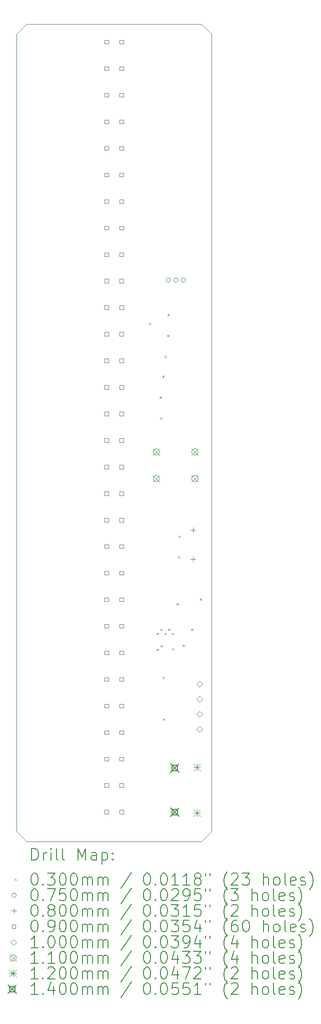
<source format=gbr>
%TF.GenerationSoftware,KiCad,Pcbnew,8.0.7*%
%TF.CreationDate,2025-01-01T13:33:24+01:00*%
%TF.ProjectId,termometer_kombo,7465726d-6f6d-4657-9465-725f6b6f6d62,rev?*%
%TF.SameCoordinates,Original*%
%TF.FileFunction,Drillmap*%
%TF.FilePolarity,Positive*%
%FSLAX45Y45*%
G04 Gerber Fmt 4.5, Leading zero omitted, Abs format (unit mm)*
G04 Created by KiCad (PCBNEW 8.0.7) date 2025-01-01 13:33:24*
%MOMM*%
%LPD*%
G01*
G04 APERTURE LIST*
%ADD10C,0.050000*%
%ADD11C,0.200000*%
%ADD12C,0.100000*%
%ADD13C,0.110000*%
%ADD14C,0.120000*%
%ADD15C,0.140000*%
G04 APERTURE END LIST*
D10*
X8670000Y-16400000D02*
X8500000Y-16230000D01*
X8500000Y-2770000D02*
X8500000Y-16230000D01*
X11800000Y-16230000D02*
X11630000Y-16400000D01*
X11630000Y-2600000D02*
X8670000Y-2600000D01*
X11800000Y-2770000D02*
X11630000Y-2600000D01*
X11800000Y-16230000D02*
X11800000Y-2770000D01*
X8670000Y-16400000D02*
X11630000Y-16400000D01*
X8500000Y-2770000D02*
X8670000Y-2600000D01*
D11*
D12*
X10745000Y-7635000D02*
X10775000Y-7665000D01*
X10775000Y-7635000D02*
X10745000Y-7665000D01*
X10872500Y-13145000D02*
X10902500Y-13175000D01*
X10902500Y-13145000D02*
X10872500Y-13175000D01*
X10872575Y-12873024D02*
X10902575Y-12903024D01*
X10902575Y-12873024D02*
X10872575Y-12903024D01*
X10925000Y-8885000D02*
X10955000Y-8915000D01*
X10955000Y-8885000D02*
X10925000Y-8915000D01*
X10930000Y-9235000D02*
X10960000Y-9265000D01*
X10960000Y-9235000D02*
X10930000Y-9265000D01*
X10937500Y-12805000D02*
X10967500Y-12835000D01*
X10967500Y-12805000D02*
X10937500Y-12835000D01*
X10938633Y-13083955D02*
X10968633Y-13113955D01*
X10968633Y-13083955D02*
X10938633Y-13113955D01*
X10970000Y-8535000D02*
X11000000Y-8565000D01*
X11000000Y-8535000D02*
X10970000Y-8565000D01*
X10975000Y-13615000D02*
X11005000Y-13645000D01*
X11005000Y-13615000D02*
X10975000Y-13645000D01*
X10978125Y-14321875D02*
X11008125Y-14351875D01*
X11008125Y-14321875D02*
X10978125Y-14351875D01*
X11002500Y-12873024D02*
X11032500Y-12903024D01*
X11032500Y-12873024D02*
X11002500Y-12903024D01*
X11010000Y-8195000D02*
X11040000Y-8225000D01*
X11040000Y-8195000D02*
X11010000Y-8225000D01*
X11050000Y-7845000D02*
X11080000Y-7875000D01*
X11080000Y-7845000D02*
X11050000Y-7875000D01*
X11055000Y-7495000D02*
X11085000Y-7525000D01*
X11085000Y-7495000D02*
X11055000Y-7525000D01*
X11067500Y-12805000D02*
X11097500Y-12835000D01*
X11097500Y-12805000D02*
X11067500Y-12835000D01*
X11132500Y-13135000D02*
X11162500Y-13165000D01*
X11162500Y-13135000D02*
X11132500Y-13165000D01*
X11133057Y-12873024D02*
X11163057Y-12903024D01*
X11163057Y-12873024D02*
X11133057Y-12903024D01*
X11212500Y-12375000D02*
X11242500Y-12405000D01*
X11242500Y-12375000D02*
X11212500Y-12405000D01*
X11239038Y-11580962D02*
X11269038Y-11610962D01*
X11269038Y-11580962D02*
X11239038Y-11610962D01*
X11245000Y-11235000D02*
X11275000Y-11265000D01*
X11275000Y-11235000D02*
X11245000Y-11265000D01*
X11315000Y-13075000D02*
X11345000Y-13105000D01*
X11345000Y-13075000D02*
X11315000Y-13105000D01*
X11457500Y-12805000D02*
X11487500Y-12835000D01*
X11487500Y-12805000D02*
X11457500Y-12835000D01*
X11605000Y-12293750D02*
X11635000Y-12323750D01*
X11635000Y-12293750D02*
X11605000Y-12323750D01*
X11110500Y-6920000D02*
G75*
G02*
X11035500Y-6920000I-37500J0D01*
G01*
X11035500Y-6920000D02*
G75*
G02*
X11110500Y-6920000I37500J0D01*
G01*
X11237500Y-6920000D02*
G75*
G02*
X11162500Y-6920000I-37500J0D01*
G01*
X11162500Y-6920000D02*
G75*
G02*
X11237500Y-6920000I37500J0D01*
G01*
X11364500Y-6920000D02*
G75*
G02*
X11289500Y-6920000I-37500J0D01*
G01*
X11289500Y-6920000D02*
G75*
G02*
X11364500Y-6920000I37500J0D01*
G01*
X11490000Y-11100000D02*
X11490000Y-11180000D01*
X11450000Y-11140000D02*
X11530000Y-11140000D01*
X11490000Y-11590000D02*
X11490000Y-11670000D01*
X11450000Y-11630000D02*
X11530000Y-11630000D01*
X10054820Y-2931820D02*
X10054820Y-2868180D01*
X9991180Y-2868180D01*
X9991180Y-2931820D01*
X10054820Y-2931820D01*
X10054820Y-3380100D02*
X10054820Y-3316460D01*
X9991180Y-3316460D01*
X9991180Y-3380100D01*
X10054820Y-3380100D01*
X10054820Y-3828370D02*
X10054820Y-3764730D01*
X9991180Y-3764730D01*
X9991180Y-3828370D01*
X10054820Y-3828370D01*
X10054820Y-4276650D02*
X10054820Y-4213010D01*
X9991180Y-4213010D01*
X9991180Y-4276650D01*
X10054820Y-4276650D01*
X10054820Y-4724920D02*
X10054820Y-4661280D01*
X9991180Y-4661280D01*
X9991180Y-4724920D01*
X10054820Y-4724920D01*
X10054820Y-5173200D02*
X10054820Y-5109560D01*
X9991180Y-5109560D01*
X9991180Y-5173200D01*
X10054820Y-5173200D01*
X10054820Y-5621470D02*
X10054820Y-5557830D01*
X9991180Y-5557830D01*
X9991180Y-5621470D01*
X10054820Y-5621470D01*
X10054820Y-6069750D02*
X10054820Y-6006110D01*
X9991180Y-6006110D01*
X9991180Y-6069750D01*
X10054820Y-6069750D01*
X10054820Y-6518030D02*
X10054820Y-6454390D01*
X9991180Y-6454390D01*
X9991180Y-6518030D01*
X10054820Y-6518030D01*
X10054820Y-6966300D02*
X10054820Y-6902660D01*
X9991180Y-6902660D01*
X9991180Y-6966300D01*
X10054820Y-6966300D01*
X10054820Y-7414580D02*
X10054820Y-7350940D01*
X9991180Y-7350940D01*
X9991180Y-7414580D01*
X10054820Y-7414580D01*
X10054820Y-7862850D02*
X10054820Y-7799210D01*
X9991180Y-7799210D01*
X9991180Y-7862850D01*
X10054820Y-7862850D01*
X10054820Y-8311130D02*
X10054820Y-8247490D01*
X9991180Y-8247490D01*
X9991180Y-8311130D01*
X10054820Y-8311130D01*
X10054820Y-8759410D02*
X10054820Y-8695770D01*
X9991180Y-8695770D01*
X9991180Y-8759410D01*
X10054820Y-8759410D01*
X10054820Y-9207680D02*
X10054820Y-9144040D01*
X9991180Y-9144040D01*
X9991180Y-9207680D01*
X10054820Y-9207680D01*
X10054820Y-9655960D02*
X10054820Y-9592320D01*
X9991180Y-9592320D01*
X9991180Y-9655960D01*
X10054820Y-9655960D01*
X10054820Y-10104230D02*
X10054820Y-10040590D01*
X9991180Y-10040590D01*
X9991180Y-10104230D01*
X10054820Y-10104230D01*
X10054820Y-10552510D02*
X10054820Y-10488870D01*
X9991180Y-10488870D01*
X9991180Y-10552510D01*
X10054820Y-10552510D01*
X10054820Y-11000780D02*
X10054820Y-10937140D01*
X9991180Y-10937140D01*
X9991180Y-11000780D01*
X10054820Y-11000780D01*
X10054820Y-11449060D02*
X10054820Y-11385420D01*
X9991180Y-11385420D01*
X9991180Y-11449060D01*
X10054820Y-11449060D01*
X10054820Y-11897340D02*
X10054820Y-11833700D01*
X9991180Y-11833700D01*
X9991180Y-11897340D01*
X10054820Y-11897340D01*
X10054820Y-12345610D02*
X10054820Y-12281970D01*
X9991180Y-12281970D01*
X9991180Y-12345610D01*
X10054820Y-12345610D01*
X10054820Y-12793890D02*
X10054820Y-12730250D01*
X9991180Y-12730250D01*
X9991180Y-12793890D01*
X10054820Y-12793890D01*
X10054820Y-13242160D02*
X10054820Y-13178520D01*
X9991180Y-13178520D01*
X9991180Y-13242160D01*
X10054820Y-13242160D01*
X10054820Y-13690440D02*
X10054820Y-13626800D01*
X9991180Y-13626800D01*
X9991180Y-13690440D01*
X10054820Y-13690440D01*
X10054820Y-14138710D02*
X10054820Y-14075070D01*
X9991180Y-14075070D01*
X9991180Y-14138710D01*
X10054820Y-14138710D01*
X10054820Y-14586990D02*
X10054820Y-14523350D01*
X9991180Y-14523350D01*
X9991180Y-14586990D01*
X10054820Y-14586990D01*
X10054820Y-15035270D02*
X10054820Y-14971630D01*
X9991180Y-14971630D01*
X9991180Y-15035270D01*
X10054820Y-15035270D01*
X10054820Y-15483540D02*
X10054820Y-15419900D01*
X9991180Y-15419900D01*
X9991180Y-15483540D01*
X10054820Y-15483540D01*
X10054820Y-15931820D02*
X10054820Y-15868180D01*
X9991180Y-15868180D01*
X9991180Y-15931820D01*
X10054820Y-15931820D01*
X10308820Y-2931820D02*
X10308820Y-2868180D01*
X10245180Y-2868180D01*
X10245180Y-2931820D01*
X10308820Y-2931820D01*
X10308820Y-3380100D02*
X10308820Y-3316460D01*
X10245180Y-3316460D01*
X10245180Y-3380100D01*
X10308820Y-3380100D01*
X10308820Y-3828370D02*
X10308820Y-3764730D01*
X10245180Y-3764730D01*
X10245180Y-3828370D01*
X10308820Y-3828370D01*
X10308820Y-4276650D02*
X10308820Y-4213010D01*
X10245180Y-4213010D01*
X10245180Y-4276650D01*
X10308820Y-4276650D01*
X10308820Y-4724920D02*
X10308820Y-4661280D01*
X10245180Y-4661280D01*
X10245180Y-4724920D01*
X10308820Y-4724920D01*
X10308820Y-5173200D02*
X10308820Y-5109560D01*
X10245180Y-5109560D01*
X10245180Y-5173200D01*
X10308820Y-5173200D01*
X10308820Y-5621470D02*
X10308820Y-5557830D01*
X10245180Y-5557830D01*
X10245180Y-5621470D01*
X10308820Y-5621470D01*
X10308820Y-6069750D02*
X10308820Y-6006110D01*
X10245180Y-6006110D01*
X10245180Y-6069750D01*
X10308820Y-6069750D01*
X10308820Y-6518030D02*
X10308820Y-6454390D01*
X10245180Y-6454390D01*
X10245180Y-6518030D01*
X10308820Y-6518030D01*
X10308820Y-6966300D02*
X10308820Y-6902660D01*
X10245180Y-6902660D01*
X10245180Y-6966300D01*
X10308820Y-6966300D01*
X10308820Y-7414580D02*
X10308820Y-7350940D01*
X10245180Y-7350940D01*
X10245180Y-7414580D01*
X10308820Y-7414580D01*
X10308820Y-7862850D02*
X10308820Y-7799210D01*
X10245180Y-7799210D01*
X10245180Y-7862850D01*
X10308820Y-7862850D01*
X10308820Y-8311130D02*
X10308820Y-8247490D01*
X10245180Y-8247490D01*
X10245180Y-8311130D01*
X10308820Y-8311130D01*
X10308820Y-8759410D02*
X10308820Y-8695770D01*
X10245180Y-8695770D01*
X10245180Y-8759410D01*
X10308820Y-8759410D01*
X10308820Y-9207680D02*
X10308820Y-9144040D01*
X10245180Y-9144040D01*
X10245180Y-9207680D01*
X10308820Y-9207680D01*
X10308820Y-9655960D02*
X10308820Y-9592320D01*
X10245180Y-9592320D01*
X10245180Y-9655960D01*
X10308820Y-9655960D01*
X10308820Y-10104230D02*
X10308820Y-10040590D01*
X10245180Y-10040590D01*
X10245180Y-10104230D01*
X10308820Y-10104230D01*
X10308820Y-10552510D02*
X10308820Y-10488870D01*
X10245180Y-10488870D01*
X10245180Y-10552510D01*
X10308820Y-10552510D01*
X10308820Y-11000780D02*
X10308820Y-10937140D01*
X10245180Y-10937140D01*
X10245180Y-11000780D01*
X10308820Y-11000780D01*
X10308820Y-11449060D02*
X10308820Y-11385420D01*
X10245180Y-11385420D01*
X10245180Y-11449060D01*
X10308820Y-11449060D01*
X10308820Y-11897340D02*
X10308820Y-11833700D01*
X10245180Y-11833700D01*
X10245180Y-11897340D01*
X10308820Y-11897340D01*
X10308820Y-12345610D02*
X10308820Y-12281970D01*
X10245180Y-12281970D01*
X10245180Y-12345610D01*
X10308820Y-12345610D01*
X10308820Y-12793890D02*
X10308820Y-12730250D01*
X10245180Y-12730250D01*
X10245180Y-12793890D01*
X10308820Y-12793890D01*
X10308820Y-13242160D02*
X10308820Y-13178520D01*
X10245180Y-13178520D01*
X10245180Y-13242160D01*
X10308820Y-13242160D01*
X10308820Y-13690440D02*
X10308820Y-13626800D01*
X10245180Y-13626800D01*
X10245180Y-13690440D01*
X10308820Y-13690440D01*
X10308820Y-14138710D02*
X10308820Y-14075070D01*
X10245180Y-14075070D01*
X10245180Y-14138710D01*
X10308820Y-14138710D01*
X10308820Y-14586990D02*
X10308820Y-14523350D01*
X10245180Y-14523350D01*
X10245180Y-14586990D01*
X10308820Y-14586990D01*
X10308820Y-15035270D02*
X10308820Y-14971630D01*
X10245180Y-14971630D01*
X10245180Y-15035270D01*
X10308820Y-15035270D01*
X10308820Y-15483540D02*
X10308820Y-15419900D01*
X10245180Y-15419900D01*
X10245180Y-15483540D01*
X10308820Y-15483540D01*
X10308820Y-15931820D02*
X10308820Y-15868180D01*
X10245180Y-15868180D01*
X10245180Y-15931820D01*
X10308820Y-15931820D01*
X11600000Y-13790000D02*
X11650000Y-13740000D01*
X11600000Y-13690000D01*
X11550000Y-13740000D01*
X11600000Y-13790000D01*
X11600000Y-14044000D02*
X11650000Y-13994000D01*
X11600000Y-13944000D01*
X11550000Y-13994000D01*
X11600000Y-14044000D01*
X11600000Y-14298000D02*
X11650000Y-14248000D01*
X11600000Y-14198000D01*
X11550000Y-14248000D01*
X11600000Y-14298000D01*
X11600000Y-14552000D02*
X11650000Y-14502000D01*
X11600000Y-14452000D01*
X11550000Y-14502000D01*
X11600000Y-14552000D01*
D13*
X10815000Y-9765000D02*
X10925000Y-9875000D01*
X10925000Y-9765000D02*
X10815000Y-9875000D01*
X10925000Y-9820000D02*
G75*
G02*
X10815000Y-9820000I-55000J0D01*
G01*
X10815000Y-9820000D02*
G75*
G02*
X10925000Y-9820000I55000J0D01*
G01*
X10815000Y-10215000D02*
X10925000Y-10325000D01*
X10925000Y-10215000D02*
X10815000Y-10325000D01*
X10925000Y-10270000D02*
G75*
G02*
X10815000Y-10270000I-55000J0D01*
G01*
X10815000Y-10270000D02*
G75*
G02*
X10925000Y-10270000I55000J0D01*
G01*
X11465000Y-9765000D02*
X11575000Y-9875000D01*
X11575000Y-9765000D02*
X11465000Y-9875000D01*
X11575000Y-9820000D02*
G75*
G02*
X11465000Y-9820000I-55000J0D01*
G01*
X11465000Y-9820000D02*
G75*
G02*
X11575000Y-9820000I55000J0D01*
G01*
X11465000Y-10215000D02*
X11575000Y-10325000D01*
X11575000Y-10215000D02*
X11465000Y-10325000D01*
X11575000Y-10270000D02*
G75*
G02*
X11465000Y-10270000I-55000J0D01*
G01*
X11465000Y-10270000D02*
G75*
G02*
X11575000Y-10270000I55000J0D01*
G01*
D14*
X11500000Y-15083000D02*
X11620000Y-15203000D01*
X11620000Y-15083000D02*
X11500000Y-15203000D01*
X11560000Y-15083000D02*
X11560000Y-15203000D01*
X11500000Y-15143000D02*
X11620000Y-15143000D01*
X11500000Y-15858000D02*
X11620000Y-15978000D01*
X11620000Y-15858000D02*
X11500000Y-15978000D01*
X11560000Y-15858000D02*
X11560000Y-15978000D01*
X11500000Y-15918000D02*
X11620000Y-15918000D01*
D15*
X11110000Y-15088000D02*
X11250000Y-15228000D01*
X11250000Y-15088000D02*
X11110000Y-15228000D01*
X11229498Y-15207498D02*
X11229498Y-15108502D01*
X11130502Y-15108502D01*
X11130502Y-15207498D01*
X11229498Y-15207498D01*
X11110000Y-15833000D02*
X11250000Y-15973000D01*
X11250000Y-15833000D02*
X11110000Y-15973000D01*
X11229498Y-15952498D02*
X11229498Y-15853502D01*
X11130502Y-15853502D01*
X11130502Y-15952498D01*
X11229498Y-15952498D01*
D11*
X8758277Y-16713984D02*
X8758277Y-16513984D01*
X8758277Y-16513984D02*
X8805896Y-16513984D01*
X8805896Y-16513984D02*
X8834467Y-16523508D01*
X8834467Y-16523508D02*
X8853515Y-16542555D01*
X8853515Y-16542555D02*
X8863039Y-16561603D01*
X8863039Y-16561603D02*
X8872563Y-16599698D01*
X8872563Y-16599698D02*
X8872563Y-16628269D01*
X8872563Y-16628269D02*
X8863039Y-16666365D01*
X8863039Y-16666365D02*
X8853515Y-16685412D01*
X8853515Y-16685412D02*
X8834467Y-16704460D01*
X8834467Y-16704460D02*
X8805896Y-16713984D01*
X8805896Y-16713984D02*
X8758277Y-16713984D01*
X8958277Y-16713984D02*
X8958277Y-16580650D01*
X8958277Y-16618746D02*
X8967801Y-16599698D01*
X8967801Y-16599698D02*
X8977324Y-16590174D01*
X8977324Y-16590174D02*
X8996372Y-16580650D01*
X8996372Y-16580650D02*
X9015420Y-16580650D01*
X9082086Y-16713984D02*
X9082086Y-16580650D01*
X9082086Y-16513984D02*
X9072563Y-16523508D01*
X9072563Y-16523508D02*
X9082086Y-16533031D01*
X9082086Y-16533031D02*
X9091610Y-16523508D01*
X9091610Y-16523508D02*
X9082086Y-16513984D01*
X9082086Y-16513984D02*
X9082086Y-16533031D01*
X9205896Y-16713984D02*
X9186848Y-16704460D01*
X9186848Y-16704460D02*
X9177324Y-16685412D01*
X9177324Y-16685412D02*
X9177324Y-16513984D01*
X9310658Y-16713984D02*
X9291610Y-16704460D01*
X9291610Y-16704460D02*
X9282086Y-16685412D01*
X9282086Y-16685412D02*
X9282086Y-16513984D01*
X9539229Y-16713984D02*
X9539229Y-16513984D01*
X9539229Y-16513984D02*
X9605896Y-16656841D01*
X9605896Y-16656841D02*
X9672563Y-16513984D01*
X9672563Y-16513984D02*
X9672563Y-16713984D01*
X9853515Y-16713984D02*
X9853515Y-16609222D01*
X9853515Y-16609222D02*
X9843991Y-16590174D01*
X9843991Y-16590174D02*
X9824944Y-16580650D01*
X9824944Y-16580650D02*
X9786848Y-16580650D01*
X9786848Y-16580650D02*
X9767801Y-16590174D01*
X9853515Y-16704460D02*
X9834467Y-16713984D01*
X9834467Y-16713984D02*
X9786848Y-16713984D01*
X9786848Y-16713984D02*
X9767801Y-16704460D01*
X9767801Y-16704460D02*
X9758277Y-16685412D01*
X9758277Y-16685412D02*
X9758277Y-16666365D01*
X9758277Y-16666365D02*
X9767801Y-16647317D01*
X9767801Y-16647317D02*
X9786848Y-16637793D01*
X9786848Y-16637793D02*
X9834467Y-16637793D01*
X9834467Y-16637793D02*
X9853515Y-16628269D01*
X9948753Y-16580650D02*
X9948753Y-16780650D01*
X9948753Y-16590174D02*
X9967801Y-16580650D01*
X9967801Y-16580650D02*
X10005896Y-16580650D01*
X10005896Y-16580650D02*
X10024944Y-16590174D01*
X10024944Y-16590174D02*
X10034467Y-16599698D01*
X10034467Y-16599698D02*
X10043991Y-16618746D01*
X10043991Y-16618746D02*
X10043991Y-16675888D01*
X10043991Y-16675888D02*
X10034467Y-16694936D01*
X10034467Y-16694936D02*
X10024944Y-16704460D01*
X10024944Y-16704460D02*
X10005896Y-16713984D01*
X10005896Y-16713984D02*
X9967801Y-16713984D01*
X9967801Y-16713984D02*
X9948753Y-16704460D01*
X10129705Y-16694936D02*
X10139229Y-16704460D01*
X10139229Y-16704460D02*
X10129705Y-16713984D01*
X10129705Y-16713984D02*
X10120182Y-16704460D01*
X10120182Y-16704460D02*
X10129705Y-16694936D01*
X10129705Y-16694936D02*
X10129705Y-16713984D01*
X10129705Y-16590174D02*
X10139229Y-16599698D01*
X10139229Y-16599698D02*
X10129705Y-16609222D01*
X10129705Y-16609222D02*
X10120182Y-16599698D01*
X10120182Y-16599698D02*
X10129705Y-16590174D01*
X10129705Y-16590174D02*
X10129705Y-16609222D01*
D12*
X8467500Y-17027500D02*
X8497500Y-17057500D01*
X8497500Y-17027500D02*
X8467500Y-17057500D01*
D11*
X8796372Y-16933984D02*
X8815420Y-16933984D01*
X8815420Y-16933984D02*
X8834467Y-16943508D01*
X8834467Y-16943508D02*
X8843991Y-16953031D01*
X8843991Y-16953031D02*
X8853515Y-16972079D01*
X8853515Y-16972079D02*
X8863039Y-17010174D01*
X8863039Y-17010174D02*
X8863039Y-17057793D01*
X8863039Y-17057793D02*
X8853515Y-17095889D01*
X8853515Y-17095889D02*
X8843991Y-17114936D01*
X8843991Y-17114936D02*
X8834467Y-17124460D01*
X8834467Y-17124460D02*
X8815420Y-17133984D01*
X8815420Y-17133984D02*
X8796372Y-17133984D01*
X8796372Y-17133984D02*
X8777324Y-17124460D01*
X8777324Y-17124460D02*
X8767801Y-17114936D01*
X8767801Y-17114936D02*
X8758277Y-17095889D01*
X8758277Y-17095889D02*
X8748753Y-17057793D01*
X8748753Y-17057793D02*
X8748753Y-17010174D01*
X8748753Y-17010174D02*
X8758277Y-16972079D01*
X8758277Y-16972079D02*
X8767801Y-16953031D01*
X8767801Y-16953031D02*
X8777324Y-16943508D01*
X8777324Y-16943508D02*
X8796372Y-16933984D01*
X8948753Y-17114936D02*
X8958277Y-17124460D01*
X8958277Y-17124460D02*
X8948753Y-17133984D01*
X8948753Y-17133984D02*
X8939229Y-17124460D01*
X8939229Y-17124460D02*
X8948753Y-17114936D01*
X8948753Y-17114936D02*
X8948753Y-17133984D01*
X9024944Y-16933984D02*
X9148753Y-16933984D01*
X9148753Y-16933984D02*
X9082086Y-17010174D01*
X9082086Y-17010174D02*
X9110658Y-17010174D01*
X9110658Y-17010174D02*
X9129705Y-17019698D01*
X9129705Y-17019698D02*
X9139229Y-17029222D01*
X9139229Y-17029222D02*
X9148753Y-17048270D01*
X9148753Y-17048270D02*
X9148753Y-17095889D01*
X9148753Y-17095889D02*
X9139229Y-17114936D01*
X9139229Y-17114936D02*
X9129705Y-17124460D01*
X9129705Y-17124460D02*
X9110658Y-17133984D01*
X9110658Y-17133984D02*
X9053515Y-17133984D01*
X9053515Y-17133984D02*
X9034467Y-17124460D01*
X9034467Y-17124460D02*
X9024944Y-17114936D01*
X9272563Y-16933984D02*
X9291610Y-16933984D01*
X9291610Y-16933984D02*
X9310658Y-16943508D01*
X9310658Y-16943508D02*
X9320182Y-16953031D01*
X9320182Y-16953031D02*
X9329705Y-16972079D01*
X9329705Y-16972079D02*
X9339229Y-17010174D01*
X9339229Y-17010174D02*
X9339229Y-17057793D01*
X9339229Y-17057793D02*
X9329705Y-17095889D01*
X9329705Y-17095889D02*
X9320182Y-17114936D01*
X9320182Y-17114936D02*
X9310658Y-17124460D01*
X9310658Y-17124460D02*
X9291610Y-17133984D01*
X9291610Y-17133984D02*
X9272563Y-17133984D01*
X9272563Y-17133984D02*
X9253515Y-17124460D01*
X9253515Y-17124460D02*
X9243991Y-17114936D01*
X9243991Y-17114936D02*
X9234467Y-17095889D01*
X9234467Y-17095889D02*
X9224944Y-17057793D01*
X9224944Y-17057793D02*
X9224944Y-17010174D01*
X9224944Y-17010174D02*
X9234467Y-16972079D01*
X9234467Y-16972079D02*
X9243991Y-16953031D01*
X9243991Y-16953031D02*
X9253515Y-16943508D01*
X9253515Y-16943508D02*
X9272563Y-16933984D01*
X9463039Y-16933984D02*
X9482086Y-16933984D01*
X9482086Y-16933984D02*
X9501134Y-16943508D01*
X9501134Y-16943508D02*
X9510658Y-16953031D01*
X9510658Y-16953031D02*
X9520182Y-16972079D01*
X9520182Y-16972079D02*
X9529705Y-17010174D01*
X9529705Y-17010174D02*
X9529705Y-17057793D01*
X9529705Y-17057793D02*
X9520182Y-17095889D01*
X9520182Y-17095889D02*
X9510658Y-17114936D01*
X9510658Y-17114936D02*
X9501134Y-17124460D01*
X9501134Y-17124460D02*
X9482086Y-17133984D01*
X9482086Y-17133984D02*
X9463039Y-17133984D01*
X9463039Y-17133984D02*
X9443991Y-17124460D01*
X9443991Y-17124460D02*
X9434467Y-17114936D01*
X9434467Y-17114936D02*
X9424944Y-17095889D01*
X9424944Y-17095889D02*
X9415420Y-17057793D01*
X9415420Y-17057793D02*
X9415420Y-17010174D01*
X9415420Y-17010174D02*
X9424944Y-16972079D01*
X9424944Y-16972079D02*
X9434467Y-16953031D01*
X9434467Y-16953031D02*
X9443991Y-16943508D01*
X9443991Y-16943508D02*
X9463039Y-16933984D01*
X9615420Y-17133984D02*
X9615420Y-17000650D01*
X9615420Y-17019698D02*
X9624944Y-17010174D01*
X9624944Y-17010174D02*
X9643991Y-17000650D01*
X9643991Y-17000650D02*
X9672563Y-17000650D01*
X9672563Y-17000650D02*
X9691610Y-17010174D01*
X9691610Y-17010174D02*
X9701134Y-17029222D01*
X9701134Y-17029222D02*
X9701134Y-17133984D01*
X9701134Y-17029222D02*
X9710658Y-17010174D01*
X9710658Y-17010174D02*
X9729705Y-17000650D01*
X9729705Y-17000650D02*
X9758277Y-17000650D01*
X9758277Y-17000650D02*
X9777325Y-17010174D01*
X9777325Y-17010174D02*
X9786848Y-17029222D01*
X9786848Y-17029222D02*
X9786848Y-17133984D01*
X9882086Y-17133984D02*
X9882086Y-17000650D01*
X9882086Y-17019698D02*
X9891610Y-17010174D01*
X9891610Y-17010174D02*
X9910658Y-17000650D01*
X9910658Y-17000650D02*
X9939229Y-17000650D01*
X9939229Y-17000650D02*
X9958277Y-17010174D01*
X9958277Y-17010174D02*
X9967801Y-17029222D01*
X9967801Y-17029222D02*
X9967801Y-17133984D01*
X9967801Y-17029222D02*
X9977325Y-17010174D01*
X9977325Y-17010174D02*
X9996372Y-17000650D01*
X9996372Y-17000650D02*
X10024944Y-17000650D01*
X10024944Y-17000650D02*
X10043991Y-17010174D01*
X10043991Y-17010174D02*
X10053515Y-17029222D01*
X10053515Y-17029222D02*
X10053515Y-17133984D01*
X10443991Y-16924460D02*
X10272563Y-17181603D01*
X10701134Y-16933984D02*
X10720182Y-16933984D01*
X10720182Y-16933984D02*
X10739229Y-16943508D01*
X10739229Y-16943508D02*
X10748753Y-16953031D01*
X10748753Y-16953031D02*
X10758277Y-16972079D01*
X10758277Y-16972079D02*
X10767801Y-17010174D01*
X10767801Y-17010174D02*
X10767801Y-17057793D01*
X10767801Y-17057793D02*
X10758277Y-17095889D01*
X10758277Y-17095889D02*
X10748753Y-17114936D01*
X10748753Y-17114936D02*
X10739229Y-17124460D01*
X10739229Y-17124460D02*
X10720182Y-17133984D01*
X10720182Y-17133984D02*
X10701134Y-17133984D01*
X10701134Y-17133984D02*
X10682087Y-17124460D01*
X10682087Y-17124460D02*
X10672563Y-17114936D01*
X10672563Y-17114936D02*
X10663039Y-17095889D01*
X10663039Y-17095889D02*
X10653515Y-17057793D01*
X10653515Y-17057793D02*
X10653515Y-17010174D01*
X10653515Y-17010174D02*
X10663039Y-16972079D01*
X10663039Y-16972079D02*
X10672563Y-16953031D01*
X10672563Y-16953031D02*
X10682087Y-16943508D01*
X10682087Y-16943508D02*
X10701134Y-16933984D01*
X10853515Y-17114936D02*
X10863039Y-17124460D01*
X10863039Y-17124460D02*
X10853515Y-17133984D01*
X10853515Y-17133984D02*
X10843991Y-17124460D01*
X10843991Y-17124460D02*
X10853515Y-17114936D01*
X10853515Y-17114936D02*
X10853515Y-17133984D01*
X10986848Y-16933984D02*
X11005896Y-16933984D01*
X11005896Y-16933984D02*
X11024944Y-16943508D01*
X11024944Y-16943508D02*
X11034468Y-16953031D01*
X11034468Y-16953031D02*
X11043991Y-16972079D01*
X11043991Y-16972079D02*
X11053515Y-17010174D01*
X11053515Y-17010174D02*
X11053515Y-17057793D01*
X11053515Y-17057793D02*
X11043991Y-17095889D01*
X11043991Y-17095889D02*
X11034468Y-17114936D01*
X11034468Y-17114936D02*
X11024944Y-17124460D01*
X11024944Y-17124460D02*
X11005896Y-17133984D01*
X11005896Y-17133984D02*
X10986848Y-17133984D01*
X10986848Y-17133984D02*
X10967801Y-17124460D01*
X10967801Y-17124460D02*
X10958277Y-17114936D01*
X10958277Y-17114936D02*
X10948753Y-17095889D01*
X10948753Y-17095889D02*
X10939229Y-17057793D01*
X10939229Y-17057793D02*
X10939229Y-17010174D01*
X10939229Y-17010174D02*
X10948753Y-16972079D01*
X10948753Y-16972079D02*
X10958277Y-16953031D01*
X10958277Y-16953031D02*
X10967801Y-16943508D01*
X10967801Y-16943508D02*
X10986848Y-16933984D01*
X11243991Y-17133984D02*
X11129706Y-17133984D01*
X11186848Y-17133984D02*
X11186848Y-16933984D01*
X11186848Y-16933984D02*
X11167801Y-16962555D01*
X11167801Y-16962555D02*
X11148753Y-16981603D01*
X11148753Y-16981603D02*
X11129706Y-16991127D01*
X11434467Y-17133984D02*
X11320182Y-17133984D01*
X11377325Y-17133984D02*
X11377325Y-16933984D01*
X11377325Y-16933984D02*
X11358277Y-16962555D01*
X11358277Y-16962555D02*
X11339229Y-16981603D01*
X11339229Y-16981603D02*
X11320182Y-16991127D01*
X11548753Y-17019698D02*
X11529706Y-17010174D01*
X11529706Y-17010174D02*
X11520182Y-17000650D01*
X11520182Y-17000650D02*
X11510658Y-16981603D01*
X11510658Y-16981603D02*
X11510658Y-16972079D01*
X11510658Y-16972079D02*
X11520182Y-16953031D01*
X11520182Y-16953031D02*
X11529706Y-16943508D01*
X11529706Y-16943508D02*
X11548753Y-16933984D01*
X11548753Y-16933984D02*
X11586848Y-16933984D01*
X11586848Y-16933984D02*
X11605896Y-16943508D01*
X11605896Y-16943508D02*
X11615420Y-16953031D01*
X11615420Y-16953031D02*
X11624944Y-16972079D01*
X11624944Y-16972079D02*
X11624944Y-16981603D01*
X11624944Y-16981603D02*
X11615420Y-17000650D01*
X11615420Y-17000650D02*
X11605896Y-17010174D01*
X11605896Y-17010174D02*
X11586848Y-17019698D01*
X11586848Y-17019698D02*
X11548753Y-17019698D01*
X11548753Y-17019698D02*
X11529706Y-17029222D01*
X11529706Y-17029222D02*
X11520182Y-17038746D01*
X11520182Y-17038746D02*
X11510658Y-17057793D01*
X11510658Y-17057793D02*
X11510658Y-17095889D01*
X11510658Y-17095889D02*
X11520182Y-17114936D01*
X11520182Y-17114936D02*
X11529706Y-17124460D01*
X11529706Y-17124460D02*
X11548753Y-17133984D01*
X11548753Y-17133984D02*
X11586848Y-17133984D01*
X11586848Y-17133984D02*
X11605896Y-17124460D01*
X11605896Y-17124460D02*
X11615420Y-17114936D01*
X11615420Y-17114936D02*
X11624944Y-17095889D01*
X11624944Y-17095889D02*
X11624944Y-17057793D01*
X11624944Y-17057793D02*
X11615420Y-17038746D01*
X11615420Y-17038746D02*
X11605896Y-17029222D01*
X11605896Y-17029222D02*
X11586848Y-17019698D01*
X11701134Y-16933984D02*
X11701134Y-16972079D01*
X11777325Y-16933984D02*
X11777325Y-16972079D01*
X12072563Y-17210174D02*
X12063039Y-17200650D01*
X12063039Y-17200650D02*
X12043991Y-17172079D01*
X12043991Y-17172079D02*
X12034468Y-17153031D01*
X12034468Y-17153031D02*
X12024944Y-17124460D01*
X12024944Y-17124460D02*
X12015420Y-17076841D01*
X12015420Y-17076841D02*
X12015420Y-17038746D01*
X12015420Y-17038746D02*
X12024944Y-16991127D01*
X12024944Y-16991127D02*
X12034468Y-16962555D01*
X12034468Y-16962555D02*
X12043991Y-16943508D01*
X12043991Y-16943508D02*
X12063039Y-16914936D01*
X12063039Y-16914936D02*
X12072563Y-16905412D01*
X12139229Y-16953031D02*
X12148753Y-16943508D01*
X12148753Y-16943508D02*
X12167801Y-16933984D01*
X12167801Y-16933984D02*
X12215420Y-16933984D01*
X12215420Y-16933984D02*
X12234468Y-16943508D01*
X12234468Y-16943508D02*
X12243991Y-16953031D01*
X12243991Y-16953031D02*
X12253515Y-16972079D01*
X12253515Y-16972079D02*
X12253515Y-16991127D01*
X12253515Y-16991127D02*
X12243991Y-17019698D01*
X12243991Y-17019698D02*
X12129706Y-17133984D01*
X12129706Y-17133984D02*
X12253515Y-17133984D01*
X12320182Y-16933984D02*
X12443991Y-16933984D01*
X12443991Y-16933984D02*
X12377325Y-17010174D01*
X12377325Y-17010174D02*
X12405896Y-17010174D01*
X12405896Y-17010174D02*
X12424944Y-17019698D01*
X12424944Y-17019698D02*
X12434468Y-17029222D01*
X12434468Y-17029222D02*
X12443991Y-17048270D01*
X12443991Y-17048270D02*
X12443991Y-17095889D01*
X12443991Y-17095889D02*
X12434468Y-17114936D01*
X12434468Y-17114936D02*
X12424944Y-17124460D01*
X12424944Y-17124460D02*
X12405896Y-17133984D01*
X12405896Y-17133984D02*
X12348753Y-17133984D01*
X12348753Y-17133984D02*
X12329706Y-17124460D01*
X12329706Y-17124460D02*
X12320182Y-17114936D01*
X12682087Y-17133984D02*
X12682087Y-16933984D01*
X12767801Y-17133984D02*
X12767801Y-17029222D01*
X12767801Y-17029222D02*
X12758277Y-17010174D01*
X12758277Y-17010174D02*
X12739230Y-17000650D01*
X12739230Y-17000650D02*
X12710658Y-17000650D01*
X12710658Y-17000650D02*
X12691610Y-17010174D01*
X12691610Y-17010174D02*
X12682087Y-17019698D01*
X12891610Y-17133984D02*
X12872563Y-17124460D01*
X12872563Y-17124460D02*
X12863039Y-17114936D01*
X12863039Y-17114936D02*
X12853515Y-17095889D01*
X12853515Y-17095889D02*
X12853515Y-17038746D01*
X12853515Y-17038746D02*
X12863039Y-17019698D01*
X12863039Y-17019698D02*
X12872563Y-17010174D01*
X12872563Y-17010174D02*
X12891610Y-17000650D01*
X12891610Y-17000650D02*
X12920182Y-17000650D01*
X12920182Y-17000650D02*
X12939230Y-17010174D01*
X12939230Y-17010174D02*
X12948753Y-17019698D01*
X12948753Y-17019698D02*
X12958277Y-17038746D01*
X12958277Y-17038746D02*
X12958277Y-17095889D01*
X12958277Y-17095889D02*
X12948753Y-17114936D01*
X12948753Y-17114936D02*
X12939230Y-17124460D01*
X12939230Y-17124460D02*
X12920182Y-17133984D01*
X12920182Y-17133984D02*
X12891610Y-17133984D01*
X13072563Y-17133984D02*
X13053515Y-17124460D01*
X13053515Y-17124460D02*
X13043991Y-17105412D01*
X13043991Y-17105412D02*
X13043991Y-16933984D01*
X13224944Y-17124460D02*
X13205896Y-17133984D01*
X13205896Y-17133984D02*
X13167801Y-17133984D01*
X13167801Y-17133984D02*
X13148753Y-17124460D01*
X13148753Y-17124460D02*
X13139230Y-17105412D01*
X13139230Y-17105412D02*
X13139230Y-17029222D01*
X13139230Y-17029222D02*
X13148753Y-17010174D01*
X13148753Y-17010174D02*
X13167801Y-17000650D01*
X13167801Y-17000650D02*
X13205896Y-17000650D01*
X13205896Y-17000650D02*
X13224944Y-17010174D01*
X13224944Y-17010174D02*
X13234468Y-17029222D01*
X13234468Y-17029222D02*
X13234468Y-17048270D01*
X13234468Y-17048270D02*
X13139230Y-17067317D01*
X13310658Y-17124460D02*
X13329706Y-17133984D01*
X13329706Y-17133984D02*
X13367801Y-17133984D01*
X13367801Y-17133984D02*
X13386849Y-17124460D01*
X13386849Y-17124460D02*
X13396372Y-17105412D01*
X13396372Y-17105412D02*
X13396372Y-17095889D01*
X13396372Y-17095889D02*
X13386849Y-17076841D01*
X13386849Y-17076841D02*
X13367801Y-17067317D01*
X13367801Y-17067317D02*
X13339230Y-17067317D01*
X13339230Y-17067317D02*
X13320182Y-17057793D01*
X13320182Y-17057793D02*
X13310658Y-17038746D01*
X13310658Y-17038746D02*
X13310658Y-17029222D01*
X13310658Y-17029222D02*
X13320182Y-17010174D01*
X13320182Y-17010174D02*
X13339230Y-17000650D01*
X13339230Y-17000650D02*
X13367801Y-17000650D01*
X13367801Y-17000650D02*
X13386849Y-17010174D01*
X13463039Y-17210174D02*
X13472563Y-17200650D01*
X13472563Y-17200650D02*
X13491611Y-17172079D01*
X13491611Y-17172079D02*
X13501134Y-17153031D01*
X13501134Y-17153031D02*
X13510658Y-17124460D01*
X13510658Y-17124460D02*
X13520182Y-17076841D01*
X13520182Y-17076841D02*
X13520182Y-17038746D01*
X13520182Y-17038746D02*
X13510658Y-16991127D01*
X13510658Y-16991127D02*
X13501134Y-16962555D01*
X13501134Y-16962555D02*
X13491611Y-16943508D01*
X13491611Y-16943508D02*
X13472563Y-16914936D01*
X13472563Y-16914936D02*
X13463039Y-16905412D01*
D12*
X8497500Y-17306500D02*
G75*
G02*
X8422500Y-17306500I-37500J0D01*
G01*
X8422500Y-17306500D02*
G75*
G02*
X8497500Y-17306500I37500J0D01*
G01*
D11*
X8796372Y-17197984D02*
X8815420Y-17197984D01*
X8815420Y-17197984D02*
X8834467Y-17207508D01*
X8834467Y-17207508D02*
X8843991Y-17217031D01*
X8843991Y-17217031D02*
X8853515Y-17236079D01*
X8853515Y-17236079D02*
X8863039Y-17274174D01*
X8863039Y-17274174D02*
X8863039Y-17321793D01*
X8863039Y-17321793D02*
X8853515Y-17359889D01*
X8853515Y-17359889D02*
X8843991Y-17378936D01*
X8843991Y-17378936D02*
X8834467Y-17388460D01*
X8834467Y-17388460D02*
X8815420Y-17397984D01*
X8815420Y-17397984D02*
X8796372Y-17397984D01*
X8796372Y-17397984D02*
X8777324Y-17388460D01*
X8777324Y-17388460D02*
X8767801Y-17378936D01*
X8767801Y-17378936D02*
X8758277Y-17359889D01*
X8758277Y-17359889D02*
X8748753Y-17321793D01*
X8748753Y-17321793D02*
X8748753Y-17274174D01*
X8748753Y-17274174D02*
X8758277Y-17236079D01*
X8758277Y-17236079D02*
X8767801Y-17217031D01*
X8767801Y-17217031D02*
X8777324Y-17207508D01*
X8777324Y-17207508D02*
X8796372Y-17197984D01*
X8948753Y-17378936D02*
X8958277Y-17388460D01*
X8958277Y-17388460D02*
X8948753Y-17397984D01*
X8948753Y-17397984D02*
X8939229Y-17388460D01*
X8939229Y-17388460D02*
X8948753Y-17378936D01*
X8948753Y-17378936D02*
X8948753Y-17397984D01*
X9024944Y-17197984D02*
X9158277Y-17197984D01*
X9158277Y-17197984D02*
X9072563Y-17397984D01*
X9329705Y-17197984D02*
X9234467Y-17197984D01*
X9234467Y-17197984D02*
X9224944Y-17293222D01*
X9224944Y-17293222D02*
X9234467Y-17283698D01*
X9234467Y-17283698D02*
X9253515Y-17274174D01*
X9253515Y-17274174D02*
X9301134Y-17274174D01*
X9301134Y-17274174D02*
X9320182Y-17283698D01*
X9320182Y-17283698D02*
X9329705Y-17293222D01*
X9329705Y-17293222D02*
X9339229Y-17312270D01*
X9339229Y-17312270D02*
X9339229Y-17359889D01*
X9339229Y-17359889D02*
X9329705Y-17378936D01*
X9329705Y-17378936D02*
X9320182Y-17388460D01*
X9320182Y-17388460D02*
X9301134Y-17397984D01*
X9301134Y-17397984D02*
X9253515Y-17397984D01*
X9253515Y-17397984D02*
X9234467Y-17388460D01*
X9234467Y-17388460D02*
X9224944Y-17378936D01*
X9463039Y-17197984D02*
X9482086Y-17197984D01*
X9482086Y-17197984D02*
X9501134Y-17207508D01*
X9501134Y-17207508D02*
X9510658Y-17217031D01*
X9510658Y-17217031D02*
X9520182Y-17236079D01*
X9520182Y-17236079D02*
X9529705Y-17274174D01*
X9529705Y-17274174D02*
X9529705Y-17321793D01*
X9529705Y-17321793D02*
X9520182Y-17359889D01*
X9520182Y-17359889D02*
X9510658Y-17378936D01*
X9510658Y-17378936D02*
X9501134Y-17388460D01*
X9501134Y-17388460D02*
X9482086Y-17397984D01*
X9482086Y-17397984D02*
X9463039Y-17397984D01*
X9463039Y-17397984D02*
X9443991Y-17388460D01*
X9443991Y-17388460D02*
X9434467Y-17378936D01*
X9434467Y-17378936D02*
X9424944Y-17359889D01*
X9424944Y-17359889D02*
X9415420Y-17321793D01*
X9415420Y-17321793D02*
X9415420Y-17274174D01*
X9415420Y-17274174D02*
X9424944Y-17236079D01*
X9424944Y-17236079D02*
X9434467Y-17217031D01*
X9434467Y-17217031D02*
X9443991Y-17207508D01*
X9443991Y-17207508D02*
X9463039Y-17197984D01*
X9615420Y-17397984D02*
X9615420Y-17264650D01*
X9615420Y-17283698D02*
X9624944Y-17274174D01*
X9624944Y-17274174D02*
X9643991Y-17264650D01*
X9643991Y-17264650D02*
X9672563Y-17264650D01*
X9672563Y-17264650D02*
X9691610Y-17274174D01*
X9691610Y-17274174D02*
X9701134Y-17293222D01*
X9701134Y-17293222D02*
X9701134Y-17397984D01*
X9701134Y-17293222D02*
X9710658Y-17274174D01*
X9710658Y-17274174D02*
X9729705Y-17264650D01*
X9729705Y-17264650D02*
X9758277Y-17264650D01*
X9758277Y-17264650D02*
X9777325Y-17274174D01*
X9777325Y-17274174D02*
X9786848Y-17293222D01*
X9786848Y-17293222D02*
X9786848Y-17397984D01*
X9882086Y-17397984D02*
X9882086Y-17264650D01*
X9882086Y-17283698D02*
X9891610Y-17274174D01*
X9891610Y-17274174D02*
X9910658Y-17264650D01*
X9910658Y-17264650D02*
X9939229Y-17264650D01*
X9939229Y-17264650D02*
X9958277Y-17274174D01*
X9958277Y-17274174D02*
X9967801Y-17293222D01*
X9967801Y-17293222D02*
X9967801Y-17397984D01*
X9967801Y-17293222D02*
X9977325Y-17274174D01*
X9977325Y-17274174D02*
X9996372Y-17264650D01*
X9996372Y-17264650D02*
X10024944Y-17264650D01*
X10024944Y-17264650D02*
X10043991Y-17274174D01*
X10043991Y-17274174D02*
X10053515Y-17293222D01*
X10053515Y-17293222D02*
X10053515Y-17397984D01*
X10443991Y-17188460D02*
X10272563Y-17445603D01*
X10701134Y-17197984D02*
X10720182Y-17197984D01*
X10720182Y-17197984D02*
X10739229Y-17207508D01*
X10739229Y-17207508D02*
X10748753Y-17217031D01*
X10748753Y-17217031D02*
X10758277Y-17236079D01*
X10758277Y-17236079D02*
X10767801Y-17274174D01*
X10767801Y-17274174D02*
X10767801Y-17321793D01*
X10767801Y-17321793D02*
X10758277Y-17359889D01*
X10758277Y-17359889D02*
X10748753Y-17378936D01*
X10748753Y-17378936D02*
X10739229Y-17388460D01*
X10739229Y-17388460D02*
X10720182Y-17397984D01*
X10720182Y-17397984D02*
X10701134Y-17397984D01*
X10701134Y-17397984D02*
X10682087Y-17388460D01*
X10682087Y-17388460D02*
X10672563Y-17378936D01*
X10672563Y-17378936D02*
X10663039Y-17359889D01*
X10663039Y-17359889D02*
X10653515Y-17321793D01*
X10653515Y-17321793D02*
X10653515Y-17274174D01*
X10653515Y-17274174D02*
X10663039Y-17236079D01*
X10663039Y-17236079D02*
X10672563Y-17217031D01*
X10672563Y-17217031D02*
X10682087Y-17207508D01*
X10682087Y-17207508D02*
X10701134Y-17197984D01*
X10853515Y-17378936D02*
X10863039Y-17388460D01*
X10863039Y-17388460D02*
X10853515Y-17397984D01*
X10853515Y-17397984D02*
X10843991Y-17388460D01*
X10843991Y-17388460D02*
X10853515Y-17378936D01*
X10853515Y-17378936D02*
X10853515Y-17397984D01*
X10986848Y-17197984D02*
X11005896Y-17197984D01*
X11005896Y-17197984D02*
X11024944Y-17207508D01*
X11024944Y-17207508D02*
X11034468Y-17217031D01*
X11034468Y-17217031D02*
X11043991Y-17236079D01*
X11043991Y-17236079D02*
X11053515Y-17274174D01*
X11053515Y-17274174D02*
X11053515Y-17321793D01*
X11053515Y-17321793D02*
X11043991Y-17359889D01*
X11043991Y-17359889D02*
X11034468Y-17378936D01*
X11034468Y-17378936D02*
X11024944Y-17388460D01*
X11024944Y-17388460D02*
X11005896Y-17397984D01*
X11005896Y-17397984D02*
X10986848Y-17397984D01*
X10986848Y-17397984D02*
X10967801Y-17388460D01*
X10967801Y-17388460D02*
X10958277Y-17378936D01*
X10958277Y-17378936D02*
X10948753Y-17359889D01*
X10948753Y-17359889D02*
X10939229Y-17321793D01*
X10939229Y-17321793D02*
X10939229Y-17274174D01*
X10939229Y-17274174D02*
X10948753Y-17236079D01*
X10948753Y-17236079D02*
X10958277Y-17217031D01*
X10958277Y-17217031D02*
X10967801Y-17207508D01*
X10967801Y-17207508D02*
X10986848Y-17197984D01*
X11129706Y-17217031D02*
X11139229Y-17207508D01*
X11139229Y-17207508D02*
X11158277Y-17197984D01*
X11158277Y-17197984D02*
X11205896Y-17197984D01*
X11205896Y-17197984D02*
X11224944Y-17207508D01*
X11224944Y-17207508D02*
X11234467Y-17217031D01*
X11234467Y-17217031D02*
X11243991Y-17236079D01*
X11243991Y-17236079D02*
X11243991Y-17255127D01*
X11243991Y-17255127D02*
X11234467Y-17283698D01*
X11234467Y-17283698D02*
X11120182Y-17397984D01*
X11120182Y-17397984D02*
X11243991Y-17397984D01*
X11339229Y-17397984D02*
X11377325Y-17397984D01*
X11377325Y-17397984D02*
X11396372Y-17388460D01*
X11396372Y-17388460D02*
X11405896Y-17378936D01*
X11405896Y-17378936D02*
X11424944Y-17350365D01*
X11424944Y-17350365D02*
X11434467Y-17312270D01*
X11434467Y-17312270D02*
X11434467Y-17236079D01*
X11434467Y-17236079D02*
X11424944Y-17217031D01*
X11424944Y-17217031D02*
X11415420Y-17207508D01*
X11415420Y-17207508D02*
X11396372Y-17197984D01*
X11396372Y-17197984D02*
X11358277Y-17197984D01*
X11358277Y-17197984D02*
X11339229Y-17207508D01*
X11339229Y-17207508D02*
X11329706Y-17217031D01*
X11329706Y-17217031D02*
X11320182Y-17236079D01*
X11320182Y-17236079D02*
X11320182Y-17283698D01*
X11320182Y-17283698D02*
X11329706Y-17302746D01*
X11329706Y-17302746D02*
X11339229Y-17312270D01*
X11339229Y-17312270D02*
X11358277Y-17321793D01*
X11358277Y-17321793D02*
X11396372Y-17321793D01*
X11396372Y-17321793D02*
X11415420Y-17312270D01*
X11415420Y-17312270D02*
X11424944Y-17302746D01*
X11424944Y-17302746D02*
X11434467Y-17283698D01*
X11615420Y-17197984D02*
X11520182Y-17197984D01*
X11520182Y-17197984D02*
X11510658Y-17293222D01*
X11510658Y-17293222D02*
X11520182Y-17283698D01*
X11520182Y-17283698D02*
X11539229Y-17274174D01*
X11539229Y-17274174D02*
X11586848Y-17274174D01*
X11586848Y-17274174D02*
X11605896Y-17283698D01*
X11605896Y-17283698D02*
X11615420Y-17293222D01*
X11615420Y-17293222D02*
X11624944Y-17312270D01*
X11624944Y-17312270D02*
X11624944Y-17359889D01*
X11624944Y-17359889D02*
X11615420Y-17378936D01*
X11615420Y-17378936D02*
X11605896Y-17388460D01*
X11605896Y-17388460D02*
X11586848Y-17397984D01*
X11586848Y-17397984D02*
X11539229Y-17397984D01*
X11539229Y-17397984D02*
X11520182Y-17388460D01*
X11520182Y-17388460D02*
X11510658Y-17378936D01*
X11701134Y-17197984D02*
X11701134Y-17236079D01*
X11777325Y-17197984D02*
X11777325Y-17236079D01*
X12072563Y-17474174D02*
X12063039Y-17464650D01*
X12063039Y-17464650D02*
X12043991Y-17436079D01*
X12043991Y-17436079D02*
X12034468Y-17417031D01*
X12034468Y-17417031D02*
X12024944Y-17388460D01*
X12024944Y-17388460D02*
X12015420Y-17340841D01*
X12015420Y-17340841D02*
X12015420Y-17302746D01*
X12015420Y-17302746D02*
X12024944Y-17255127D01*
X12024944Y-17255127D02*
X12034468Y-17226555D01*
X12034468Y-17226555D02*
X12043991Y-17207508D01*
X12043991Y-17207508D02*
X12063039Y-17178936D01*
X12063039Y-17178936D02*
X12072563Y-17169412D01*
X12129706Y-17197984D02*
X12253515Y-17197984D01*
X12253515Y-17197984D02*
X12186848Y-17274174D01*
X12186848Y-17274174D02*
X12215420Y-17274174D01*
X12215420Y-17274174D02*
X12234468Y-17283698D01*
X12234468Y-17283698D02*
X12243991Y-17293222D01*
X12243991Y-17293222D02*
X12253515Y-17312270D01*
X12253515Y-17312270D02*
X12253515Y-17359889D01*
X12253515Y-17359889D02*
X12243991Y-17378936D01*
X12243991Y-17378936D02*
X12234468Y-17388460D01*
X12234468Y-17388460D02*
X12215420Y-17397984D01*
X12215420Y-17397984D02*
X12158277Y-17397984D01*
X12158277Y-17397984D02*
X12139229Y-17388460D01*
X12139229Y-17388460D02*
X12129706Y-17378936D01*
X12491610Y-17397984D02*
X12491610Y-17197984D01*
X12577325Y-17397984D02*
X12577325Y-17293222D01*
X12577325Y-17293222D02*
X12567801Y-17274174D01*
X12567801Y-17274174D02*
X12548753Y-17264650D01*
X12548753Y-17264650D02*
X12520182Y-17264650D01*
X12520182Y-17264650D02*
X12501134Y-17274174D01*
X12501134Y-17274174D02*
X12491610Y-17283698D01*
X12701134Y-17397984D02*
X12682087Y-17388460D01*
X12682087Y-17388460D02*
X12672563Y-17378936D01*
X12672563Y-17378936D02*
X12663039Y-17359889D01*
X12663039Y-17359889D02*
X12663039Y-17302746D01*
X12663039Y-17302746D02*
X12672563Y-17283698D01*
X12672563Y-17283698D02*
X12682087Y-17274174D01*
X12682087Y-17274174D02*
X12701134Y-17264650D01*
X12701134Y-17264650D02*
X12729706Y-17264650D01*
X12729706Y-17264650D02*
X12748753Y-17274174D01*
X12748753Y-17274174D02*
X12758277Y-17283698D01*
X12758277Y-17283698D02*
X12767801Y-17302746D01*
X12767801Y-17302746D02*
X12767801Y-17359889D01*
X12767801Y-17359889D02*
X12758277Y-17378936D01*
X12758277Y-17378936D02*
X12748753Y-17388460D01*
X12748753Y-17388460D02*
X12729706Y-17397984D01*
X12729706Y-17397984D02*
X12701134Y-17397984D01*
X12882087Y-17397984D02*
X12863039Y-17388460D01*
X12863039Y-17388460D02*
X12853515Y-17369412D01*
X12853515Y-17369412D02*
X12853515Y-17197984D01*
X13034468Y-17388460D02*
X13015420Y-17397984D01*
X13015420Y-17397984D02*
X12977325Y-17397984D01*
X12977325Y-17397984D02*
X12958277Y-17388460D01*
X12958277Y-17388460D02*
X12948753Y-17369412D01*
X12948753Y-17369412D02*
X12948753Y-17293222D01*
X12948753Y-17293222D02*
X12958277Y-17274174D01*
X12958277Y-17274174D02*
X12977325Y-17264650D01*
X12977325Y-17264650D02*
X13015420Y-17264650D01*
X13015420Y-17264650D02*
X13034468Y-17274174D01*
X13034468Y-17274174D02*
X13043991Y-17293222D01*
X13043991Y-17293222D02*
X13043991Y-17312270D01*
X13043991Y-17312270D02*
X12948753Y-17331317D01*
X13120182Y-17388460D02*
X13139230Y-17397984D01*
X13139230Y-17397984D02*
X13177325Y-17397984D01*
X13177325Y-17397984D02*
X13196372Y-17388460D01*
X13196372Y-17388460D02*
X13205896Y-17369412D01*
X13205896Y-17369412D02*
X13205896Y-17359889D01*
X13205896Y-17359889D02*
X13196372Y-17340841D01*
X13196372Y-17340841D02*
X13177325Y-17331317D01*
X13177325Y-17331317D02*
X13148753Y-17331317D01*
X13148753Y-17331317D02*
X13129706Y-17321793D01*
X13129706Y-17321793D02*
X13120182Y-17302746D01*
X13120182Y-17302746D02*
X13120182Y-17293222D01*
X13120182Y-17293222D02*
X13129706Y-17274174D01*
X13129706Y-17274174D02*
X13148753Y-17264650D01*
X13148753Y-17264650D02*
X13177325Y-17264650D01*
X13177325Y-17264650D02*
X13196372Y-17274174D01*
X13272563Y-17474174D02*
X13282087Y-17464650D01*
X13282087Y-17464650D02*
X13301134Y-17436079D01*
X13301134Y-17436079D02*
X13310658Y-17417031D01*
X13310658Y-17417031D02*
X13320182Y-17388460D01*
X13320182Y-17388460D02*
X13329706Y-17340841D01*
X13329706Y-17340841D02*
X13329706Y-17302746D01*
X13329706Y-17302746D02*
X13320182Y-17255127D01*
X13320182Y-17255127D02*
X13310658Y-17226555D01*
X13310658Y-17226555D02*
X13301134Y-17207508D01*
X13301134Y-17207508D02*
X13282087Y-17178936D01*
X13282087Y-17178936D02*
X13272563Y-17169412D01*
D12*
X8457500Y-17530500D02*
X8457500Y-17610500D01*
X8417500Y-17570500D02*
X8497500Y-17570500D01*
D11*
X8796372Y-17461984D02*
X8815420Y-17461984D01*
X8815420Y-17461984D02*
X8834467Y-17471508D01*
X8834467Y-17471508D02*
X8843991Y-17481031D01*
X8843991Y-17481031D02*
X8853515Y-17500079D01*
X8853515Y-17500079D02*
X8863039Y-17538174D01*
X8863039Y-17538174D02*
X8863039Y-17585793D01*
X8863039Y-17585793D02*
X8853515Y-17623889D01*
X8853515Y-17623889D02*
X8843991Y-17642936D01*
X8843991Y-17642936D02*
X8834467Y-17652460D01*
X8834467Y-17652460D02*
X8815420Y-17661984D01*
X8815420Y-17661984D02*
X8796372Y-17661984D01*
X8796372Y-17661984D02*
X8777324Y-17652460D01*
X8777324Y-17652460D02*
X8767801Y-17642936D01*
X8767801Y-17642936D02*
X8758277Y-17623889D01*
X8758277Y-17623889D02*
X8748753Y-17585793D01*
X8748753Y-17585793D02*
X8748753Y-17538174D01*
X8748753Y-17538174D02*
X8758277Y-17500079D01*
X8758277Y-17500079D02*
X8767801Y-17481031D01*
X8767801Y-17481031D02*
X8777324Y-17471508D01*
X8777324Y-17471508D02*
X8796372Y-17461984D01*
X8948753Y-17642936D02*
X8958277Y-17652460D01*
X8958277Y-17652460D02*
X8948753Y-17661984D01*
X8948753Y-17661984D02*
X8939229Y-17652460D01*
X8939229Y-17652460D02*
X8948753Y-17642936D01*
X8948753Y-17642936D02*
X8948753Y-17661984D01*
X9072563Y-17547698D02*
X9053515Y-17538174D01*
X9053515Y-17538174D02*
X9043991Y-17528650D01*
X9043991Y-17528650D02*
X9034467Y-17509603D01*
X9034467Y-17509603D02*
X9034467Y-17500079D01*
X9034467Y-17500079D02*
X9043991Y-17481031D01*
X9043991Y-17481031D02*
X9053515Y-17471508D01*
X9053515Y-17471508D02*
X9072563Y-17461984D01*
X9072563Y-17461984D02*
X9110658Y-17461984D01*
X9110658Y-17461984D02*
X9129705Y-17471508D01*
X9129705Y-17471508D02*
X9139229Y-17481031D01*
X9139229Y-17481031D02*
X9148753Y-17500079D01*
X9148753Y-17500079D02*
X9148753Y-17509603D01*
X9148753Y-17509603D02*
X9139229Y-17528650D01*
X9139229Y-17528650D02*
X9129705Y-17538174D01*
X9129705Y-17538174D02*
X9110658Y-17547698D01*
X9110658Y-17547698D02*
X9072563Y-17547698D01*
X9072563Y-17547698D02*
X9053515Y-17557222D01*
X9053515Y-17557222D02*
X9043991Y-17566746D01*
X9043991Y-17566746D02*
X9034467Y-17585793D01*
X9034467Y-17585793D02*
X9034467Y-17623889D01*
X9034467Y-17623889D02*
X9043991Y-17642936D01*
X9043991Y-17642936D02*
X9053515Y-17652460D01*
X9053515Y-17652460D02*
X9072563Y-17661984D01*
X9072563Y-17661984D02*
X9110658Y-17661984D01*
X9110658Y-17661984D02*
X9129705Y-17652460D01*
X9129705Y-17652460D02*
X9139229Y-17642936D01*
X9139229Y-17642936D02*
X9148753Y-17623889D01*
X9148753Y-17623889D02*
X9148753Y-17585793D01*
X9148753Y-17585793D02*
X9139229Y-17566746D01*
X9139229Y-17566746D02*
X9129705Y-17557222D01*
X9129705Y-17557222D02*
X9110658Y-17547698D01*
X9272563Y-17461984D02*
X9291610Y-17461984D01*
X9291610Y-17461984D02*
X9310658Y-17471508D01*
X9310658Y-17471508D02*
X9320182Y-17481031D01*
X9320182Y-17481031D02*
X9329705Y-17500079D01*
X9329705Y-17500079D02*
X9339229Y-17538174D01*
X9339229Y-17538174D02*
X9339229Y-17585793D01*
X9339229Y-17585793D02*
X9329705Y-17623889D01*
X9329705Y-17623889D02*
X9320182Y-17642936D01*
X9320182Y-17642936D02*
X9310658Y-17652460D01*
X9310658Y-17652460D02*
X9291610Y-17661984D01*
X9291610Y-17661984D02*
X9272563Y-17661984D01*
X9272563Y-17661984D02*
X9253515Y-17652460D01*
X9253515Y-17652460D02*
X9243991Y-17642936D01*
X9243991Y-17642936D02*
X9234467Y-17623889D01*
X9234467Y-17623889D02*
X9224944Y-17585793D01*
X9224944Y-17585793D02*
X9224944Y-17538174D01*
X9224944Y-17538174D02*
X9234467Y-17500079D01*
X9234467Y-17500079D02*
X9243991Y-17481031D01*
X9243991Y-17481031D02*
X9253515Y-17471508D01*
X9253515Y-17471508D02*
X9272563Y-17461984D01*
X9463039Y-17461984D02*
X9482086Y-17461984D01*
X9482086Y-17461984D02*
X9501134Y-17471508D01*
X9501134Y-17471508D02*
X9510658Y-17481031D01*
X9510658Y-17481031D02*
X9520182Y-17500079D01*
X9520182Y-17500079D02*
X9529705Y-17538174D01*
X9529705Y-17538174D02*
X9529705Y-17585793D01*
X9529705Y-17585793D02*
X9520182Y-17623889D01*
X9520182Y-17623889D02*
X9510658Y-17642936D01*
X9510658Y-17642936D02*
X9501134Y-17652460D01*
X9501134Y-17652460D02*
X9482086Y-17661984D01*
X9482086Y-17661984D02*
X9463039Y-17661984D01*
X9463039Y-17661984D02*
X9443991Y-17652460D01*
X9443991Y-17652460D02*
X9434467Y-17642936D01*
X9434467Y-17642936D02*
X9424944Y-17623889D01*
X9424944Y-17623889D02*
X9415420Y-17585793D01*
X9415420Y-17585793D02*
X9415420Y-17538174D01*
X9415420Y-17538174D02*
X9424944Y-17500079D01*
X9424944Y-17500079D02*
X9434467Y-17481031D01*
X9434467Y-17481031D02*
X9443991Y-17471508D01*
X9443991Y-17471508D02*
X9463039Y-17461984D01*
X9615420Y-17661984D02*
X9615420Y-17528650D01*
X9615420Y-17547698D02*
X9624944Y-17538174D01*
X9624944Y-17538174D02*
X9643991Y-17528650D01*
X9643991Y-17528650D02*
X9672563Y-17528650D01*
X9672563Y-17528650D02*
X9691610Y-17538174D01*
X9691610Y-17538174D02*
X9701134Y-17557222D01*
X9701134Y-17557222D02*
X9701134Y-17661984D01*
X9701134Y-17557222D02*
X9710658Y-17538174D01*
X9710658Y-17538174D02*
X9729705Y-17528650D01*
X9729705Y-17528650D02*
X9758277Y-17528650D01*
X9758277Y-17528650D02*
X9777325Y-17538174D01*
X9777325Y-17538174D02*
X9786848Y-17557222D01*
X9786848Y-17557222D02*
X9786848Y-17661984D01*
X9882086Y-17661984D02*
X9882086Y-17528650D01*
X9882086Y-17547698D02*
X9891610Y-17538174D01*
X9891610Y-17538174D02*
X9910658Y-17528650D01*
X9910658Y-17528650D02*
X9939229Y-17528650D01*
X9939229Y-17528650D02*
X9958277Y-17538174D01*
X9958277Y-17538174D02*
X9967801Y-17557222D01*
X9967801Y-17557222D02*
X9967801Y-17661984D01*
X9967801Y-17557222D02*
X9977325Y-17538174D01*
X9977325Y-17538174D02*
X9996372Y-17528650D01*
X9996372Y-17528650D02*
X10024944Y-17528650D01*
X10024944Y-17528650D02*
X10043991Y-17538174D01*
X10043991Y-17538174D02*
X10053515Y-17557222D01*
X10053515Y-17557222D02*
X10053515Y-17661984D01*
X10443991Y-17452460D02*
X10272563Y-17709603D01*
X10701134Y-17461984D02*
X10720182Y-17461984D01*
X10720182Y-17461984D02*
X10739229Y-17471508D01*
X10739229Y-17471508D02*
X10748753Y-17481031D01*
X10748753Y-17481031D02*
X10758277Y-17500079D01*
X10758277Y-17500079D02*
X10767801Y-17538174D01*
X10767801Y-17538174D02*
X10767801Y-17585793D01*
X10767801Y-17585793D02*
X10758277Y-17623889D01*
X10758277Y-17623889D02*
X10748753Y-17642936D01*
X10748753Y-17642936D02*
X10739229Y-17652460D01*
X10739229Y-17652460D02*
X10720182Y-17661984D01*
X10720182Y-17661984D02*
X10701134Y-17661984D01*
X10701134Y-17661984D02*
X10682087Y-17652460D01*
X10682087Y-17652460D02*
X10672563Y-17642936D01*
X10672563Y-17642936D02*
X10663039Y-17623889D01*
X10663039Y-17623889D02*
X10653515Y-17585793D01*
X10653515Y-17585793D02*
X10653515Y-17538174D01*
X10653515Y-17538174D02*
X10663039Y-17500079D01*
X10663039Y-17500079D02*
X10672563Y-17481031D01*
X10672563Y-17481031D02*
X10682087Y-17471508D01*
X10682087Y-17471508D02*
X10701134Y-17461984D01*
X10853515Y-17642936D02*
X10863039Y-17652460D01*
X10863039Y-17652460D02*
X10853515Y-17661984D01*
X10853515Y-17661984D02*
X10843991Y-17652460D01*
X10843991Y-17652460D02*
X10853515Y-17642936D01*
X10853515Y-17642936D02*
X10853515Y-17661984D01*
X10986848Y-17461984D02*
X11005896Y-17461984D01*
X11005896Y-17461984D02*
X11024944Y-17471508D01*
X11024944Y-17471508D02*
X11034468Y-17481031D01*
X11034468Y-17481031D02*
X11043991Y-17500079D01*
X11043991Y-17500079D02*
X11053515Y-17538174D01*
X11053515Y-17538174D02*
X11053515Y-17585793D01*
X11053515Y-17585793D02*
X11043991Y-17623889D01*
X11043991Y-17623889D02*
X11034468Y-17642936D01*
X11034468Y-17642936D02*
X11024944Y-17652460D01*
X11024944Y-17652460D02*
X11005896Y-17661984D01*
X11005896Y-17661984D02*
X10986848Y-17661984D01*
X10986848Y-17661984D02*
X10967801Y-17652460D01*
X10967801Y-17652460D02*
X10958277Y-17642936D01*
X10958277Y-17642936D02*
X10948753Y-17623889D01*
X10948753Y-17623889D02*
X10939229Y-17585793D01*
X10939229Y-17585793D02*
X10939229Y-17538174D01*
X10939229Y-17538174D02*
X10948753Y-17500079D01*
X10948753Y-17500079D02*
X10958277Y-17481031D01*
X10958277Y-17481031D02*
X10967801Y-17471508D01*
X10967801Y-17471508D02*
X10986848Y-17461984D01*
X11120182Y-17461984D02*
X11243991Y-17461984D01*
X11243991Y-17461984D02*
X11177325Y-17538174D01*
X11177325Y-17538174D02*
X11205896Y-17538174D01*
X11205896Y-17538174D02*
X11224944Y-17547698D01*
X11224944Y-17547698D02*
X11234467Y-17557222D01*
X11234467Y-17557222D02*
X11243991Y-17576270D01*
X11243991Y-17576270D02*
X11243991Y-17623889D01*
X11243991Y-17623889D02*
X11234467Y-17642936D01*
X11234467Y-17642936D02*
X11224944Y-17652460D01*
X11224944Y-17652460D02*
X11205896Y-17661984D01*
X11205896Y-17661984D02*
X11148753Y-17661984D01*
X11148753Y-17661984D02*
X11129706Y-17652460D01*
X11129706Y-17652460D02*
X11120182Y-17642936D01*
X11434467Y-17661984D02*
X11320182Y-17661984D01*
X11377325Y-17661984D02*
X11377325Y-17461984D01*
X11377325Y-17461984D02*
X11358277Y-17490555D01*
X11358277Y-17490555D02*
X11339229Y-17509603D01*
X11339229Y-17509603D02*
X11320182Y-17519127D01*
X11615420Y-17461984D02*
X11520182Y-17461984D01*
X11520182Y-17461984D02*
X11510658Y-17557222D01*
X11510658Y-17557222D02*
X11520182Y-17547698D01*
X11520182Y-17547698D02*
X11539229Y-17538174D01*
X11539229Y-17538174D02*
X11586848Y-17538174D01*
X11586848Y-17538174D02*
X11605896Y-17547698D01*
X11605896Y-17547698D02*
X11615420Y-17557222D01*
X11615420Y-17557222D02*
X11624944Y-17576270D01*
X11624944Y-17576270D02*
X11624944Y-17623889D01*
X11624944Y-17623889D02*
X11615420Y-17642936D01*
X11615420Y-17642936D02*
X11605896Y-17652460D01*
X11605896Y-17652460D02*
X11586848Y-17661984D01*
X11586848Y-17661984D02*
X11539229Y-17661984D01*
X11539229Y-17661984D02*
X11520182Y-17652460D01*
X11520182Y-17652460D02*
X11510658Y-17642936D01*
X11701134Y-17461984D02*
X11701134Y-17500079D01*
X11777325Y-17461984D02*
X11777325Y-17500079D01*
X12072563Y-17738174D02*
X12063039Y-17728650D01*
X12063039Y-17728650D02*
X12043991Y-17700079D01*
X12043991Y-17700079D02*
X12034468Y-17681031D01*
X12034468Y-17681031D02*
X12024944Y-17652460D01*
X12024944Y-17652460D02*
X12015420Y-17604841D01*
X12015420Y-17604841D02*
X12015420Y-17566746D01*
X12015420Y-17566746D02*
X12024944Y-17519127D01*
X12024944Y-17519127D02*
X12034468Y-17490555D01*
X12034468Y-17490555D02*
X12043991Y-17471508D01*
X12043991Y-17471508D02*
X12063039Y-17442936D01*
X12063039Y-17442936D02*
X12072563Y-17433412D01*
X12139229Y-17481031D02*
X12148753Y-17471508D01*
X12148753Y-17471508D02*
X12167801Y-17461984D01*
X12167801Y-17461984D02*
X12215420Y-17461984D01*
X12215420Y-17461984D02*
X12234468Y-17471508D01*
X12234468Y-17471508D02*
X12243991Y-17481031D01*
X12243991Y-17481031D02*
X12253515Y-17500079D01*
X12253515Y-17500079D02*
X12253515Y-17519127D01*
X12253515Y-17519127D02*
X12243991Y-17547698D01*
X12243991Y-17547698D02*
X12129706Y-17661984D01*
X12129706Y-17661984D02*
X12253515Y-17661984D01*
X12491610Y-17661984D02*
X12491610Y-17461984D01*
X12577325Y-17661984D02*
X12577325Y-17557222D01*
X12577325Y-17557222D02*
X12567801Y-17538174D01*
X12567801Y-17538174D02*
X12548753Y-17528650D01*
X12548753Y-17528650D02*
X12520182Y-17528650D01*
X12520182Y-17528650D02*
X12501134Y-17538174D01*
X12501134Y-17538174D02*
X12491610Y-17547698D01*
X12701134Y-17661984D02*
X12682087Y-17652460D01*
X12682087Y-17652460D02*
X12672563Y-17642936D01*
X12672563Y-17642936D02*
X12663039Y-17623889D01*
X12663039Y-17623889D02*
X12663039Y-17566746D01*
X12663039Y-17566746D02*
X12672563Y-17547698D01*
X12672563Y-17547698D02*
X12682087Y-17538174D01*
X12682087Y-17538174D02*
X12701134Y-17528650D01*
X12701134Y-17528650D02*
X12729706Y-17528650D01*
X12729706Y-17528650D02*
X12748753Y-17538174D01*
X12748753Y-17538174D02*
X12758277Y-17547698D01*
X12758277Y-17547698D02*
X12767801Y-17566746D01*
X12767801Y-17566746D02*
X12767801Y-17623889D01*
X12767801Y-17623889D02*
X12758277Y-17642936D01*
X12758277Y-17642936D02*
X12748753Y-17652460D01*
X12748753Y-17652460D02*
X12729706Y-17661984D01*
X12729706Y-17661984D02*
X12701134Y-17661984D01*
X12882087Y-17661984D02*
X12863039Y-17652460D01*
X12863039Y-17652460D02*
X12853515Y-17633412D01*
X12853515Y-17633412D02*
X12853515Y-17461984D01*
X13034468Y-17652460D02*
X13015420Y-17661984D01*
X13015420Y-17661984D02*
X12977325Y-17661984D01*
X12977325Y-17661984D02*
X12958277Y-17652460D01*
X12958277Y-17652460D02*
X12948753Y-17633412D01*
X12948753Y-17633412D02*
X12948753Y-17557222D01*
X12948753Y-17557222D02*
X12958277Y-17538174D01*
X12958277Y-17538174D02*
X12977325Y-17528650D01*
X12977325Y-17528650D02*
X13015420Y-17528650D01*
X13015420Y-17528650D02*
X13034468Y-17538174D01*
X13034468Y-17538174D02*
X13043991Y-17557222D01*
X13043991Y-17557222D02*
X13043991Y-17576270D01*
X13043991Y-17576270D02*
X12948753Y-17595317D01*
X13120182Y-17652460D02*
X13139230Y-17661984D01*
X13139230Y-17661984D02*
X13177325Y-17661984D01*
X13177325Y-17661984D02*
X13196372Y-17652460D01*
X13196372Y-17652460D02*
X13205896Y-17633412D01*
X13205896Y-17633412D02*
X13205896Y-17623889D01*
X13205896Y-17623889D02*
X13196372Y-17604841D01*
X13196372Y-17604841D02*
X13177325Y-17595317D01*
X13177325Y-17595317D02*
X13148753Y-17595317D01*
X13148753Y-17595317D02*
X13129706Y-17585793D01*
X13129706Y-17585793D02*
X13120182Y-17566746D01*
X13120182Y-17566746D02*
X13120182Y-17557222D01*
X13120182Y-17557222D02*
X13129706Y-17538174D01*
X13129706Y-17538174D02*
X13148753Y-17528650D01*
X13148753Y-17528650D02*
X13177325Y-17528650D01*
X13177325Y-17528650D02*
X13196372Y-17538174D01*
X13272563Y-17738174D02*
X13282087Y-17728650D01*
X13282087Y-17728650D02*
X13301134Y-17700079D01*
X13301134Y-17700079D02*
X13310658Y-17681031D01*
X13310658Y-17681031D02*
X13320182Y-17652460D01*
X13320182Y-17652460D02*
X13329706Y-17604841D01*
X13329706Y-17604841D02*
X13329706Y-17566746D01*
X13329706Y-17566746D02*
X13320182Y-17519127D01*
X13320182Y-17519127D02*
X13310658Y-17490555D01*
X13310658Y-17490555D02*
X13301134Y-17471508D01*
X13301134Y-17471508D02*
X13282087Y-17442936D01*
X13282087Y-17442936D02*
X13272563Y-17433412D01*
D12*
X8484320Y-17866320D02*
X8484320Y-17802680D01*
X8420680Y-17802680D01*
X8420680Y-17866320D01*
X8484320Y-17866320D01*
D11*
X8796372Y-17725984D02*
X8815420Y-17725984D01*
X8815420Y-17725984D02*
X8834467Y-17735508D01*
X8834467Y-17735508D02*
X8843991Y-17745031D01*
X8843991Y-17745031D02*
X8853515Y-17764079D01*
X8853515Y-17764079D02*
X8863039Y-17802174D01*
X8863039Y-17802174D02*
X8863039Y-17849793D01*
X8863039Y-17849793D02*
X8853515Y-17887889D01*
X8853515Y-17887889D02*
X8843991Y-17906936D01*
X8843991Y-17906936D02*
X8834467Y-17916460D01*
X8834467Y-17916460D02*
X8815420Y-17925984D01*
X8815420Y-17925984D02*
X8796372Y-17925984D01*
X8796372Y-17925984D02*
X8777324Y-17916460D01*
X8777324Y-17916460D02*
X8767801Y-17906936D01*
X8767801Y-17906936D02*
X8758277Y-17887889D01*
X8758277Y-17887889D02*
X8748753Y-17849793D01*
X8748753Y-17849793D02*
X8748753Y-17802174D01*
X8748753Y-17802174D02*
X8758277Y-17764079D01*
X8758277Y-17764079D02*
X8767801Y-17745031D01*
X8767801Y-17745031D02*
X8777324Y-17735508D01*
X8777324Y-17735508D02*
X8796372Y-17725984D01*
X8948753Y-17906936D02*
X8958277Y-17916460D01*
X8958277Y-17916460D02*
X8948753Y-17925984D01*
X8948753Y-17925984D02*
X8939229Y-17916460D01*
X8939229Y-17916460D02*
X8948753Y-17906936D01*
X8948753Y-17906936D02*
X8948753Y-17925984D01*
X9053515Y-17925984D02*
X9091610Y-17925984D01*
X9091610Y-17925984D02*
X9110658Y-17916460D01*
X9110658Y-17916460D02*
X9120182Y-17906936D01*
X9120182Y-17906936D02*
X9139229Y-17878365D01*
X9139229Y-17878365D02*
X9148753Y-17840270D01*
X9148753Y-17840270D02*
X9148753Y-17764079D01*
X9148753Y-17764079D02*
X9139229Y-17745031D01*
X9139229Y-17745031D02*
X9129705Y-17735508D01*
X9129705Y-17735508D02*
X9110658Y-17725984D01*
X9110658Y-17725984D02*
X9072563Y-17725984D01*
X9072563Y-17725984D02*
X9053515Y-17735508D01*
X9053515Y-17735508D02*
X9043991Y-17745031D01*
X9043991Y-17745031D02*
X9034467Y-17764079D01*
X9034467Y-17764079D02*
X9034467Y-17811698D01*
X9034467Y-17811698D02*
X9043991Y-17830746D01*
X9043991Y-17830746D02*
X9053515Y-17840270D01*
X9053515Y-17840270D02*
X9072563Y-17849793D01*
X9072563Y-17849793D02*
X9110658Y-17849793D01*
X9110658Y-17849793D02*
X9129705Y-17840270D01*
X9129705Y-17840270D02*
X9139229Y-17830746D01*
X9139229Y-17830746D02*
X9148753Y-17811698D01*
X9272563Y-17725984D02*
X9291610Y-17725984D01*
X9291610Y-17725984D02*
X9310658Y-17735508D01*
X9310658Y-17735508D02*
X9320182Y-17745031D01*
X9320182Y-17745031D02*
X9329705Y-17764079D01*
X9329705Y-17764079D02*
X9339229Y-17802174D01*
X9339229Y-17802174D02*
X9339229Y-17849793D01*
X9339229Y-17849793D02*
X9329705Y-17887889D01*
X9329705Y-17887889D02*
X9320182Y-17906936D01*
X9320182Y-17906936D02*
X9310658Y-17916460D01*
X9310658Y-17916460D02*
X9291610Y-17925984D01*
X9291610Y-17925984D02*
X9272563Y-17925984D01*
X9272563Y-17925984D02*
X9253515Y-17916460D01*
X9253515Y-17916460D02*
X9243991Y-17906936D01*
X9243991Y-17906936D02*
X9234467Y-17887889D01*
X9234467Y-17887889D02*
X9224944Y-17849793D01*
X9224944Y-17849793D02*
X9224944Y-17802174D01*
X9224944Y-17802174D02*
X9234467Y-17764079D01*
X9234467Y-17764079D02*
X9243991Y-17745031D01*
X9243991Y-17745031D02*
X9253515Y-17735508D01*
X9253515Y-17735508D02*
X9272563Y-17725984D01*
X9463039Y-17725984D02*
X9482086Y-17725984D01*
X9482086Y-17725984D02*
X9501134Y-17735508D01*
X9501134Y-17735508D02*
X9510658Y-17745031D01*
X9510658Y-17745031D02*
X9520182Y-17764079D01*
X9520182Y-17764079D02*
X9529705Y-17802174D01*
X9529705Y-17802174D02*
X9529705Y-17849793D01*
X9529705Y-17849793D02*
X9520182Y-17887889D01*
X9520182Y-17887889D02*
X9510658Y-17906936D01*
X9510658Y-17906936D02*
X9501134Y-17916460D01*
X9501134Y-17916460D02*
X9482086Y-17925984D01*
X9482086Y-17925984D02*
X9463039Y-17925984D01*
X9463039Y-17925984D02*
X9443991Y-17916460D01*
X9443991Y-17916460D02*
X9434467Y-17906936D01*
X9434467Y-17906936D02*
X9424944Y-17887889D01*
X9424944Y-17887889D02*
X9415420Y-17849793D01*
X9415420Y-17849793D02*
X9415420Y-17802174D01*
X9415420Y-17802174D02*
X9424944Y-17764079D01*
X9424944Y-17764079D02*
X9434467Y-17745031D01*
X9434467Y-17745031D02*
X9443991Y-17735508D01*
X9443991Y-17735508D02*
X9463039Y-17725984D01*
X9615420Y-17925984D02*
X9615420Y-17792650D01*
X9615420Y-17811698D02*
X9624944Y-17802174D01*
X9624944Y-17802174D02*
X9643991Y-17792650D01*
X9643991Y-17792650D02*
X9672563Y-17792650D01*
X9672563Y-17792650D02*
X9691610Y-17802174D01*
X9691610Y-17802174D02*
X9701134Y-17821222D01*
X9701134Y-17821222D02*
X9701134Y-17925984D01*
X9701134Y-17821222D02*
X9710658Y-17802174D01*
X9710658Y-17802174D02*
X9729705Y-17792650D01*
X9729705Y-17792650D02*
X9758277Y-17792650D01*
X9758277Y-17792650D02*
X9777325Y-17802174D01*
X9777325Y-17802174D02*
X9786848Y-17821222D01*
X9786848Y-17821222D02*
X9786848Y-17925984D01*
X9882086Y-17925984D02*
X9882086Y-17792650D01*
X9882086Y-17811698D02*
X9891610Y-17802174D01*
X9891610Y-17802174D02*
X9910658Y-17792650D01*
X9910658Y-17792650D02*
X9939229Y-17792650D01*
X9939229Y-17792650D02*
X9958277Y-17802174D01*
X9958277Y-17802174D02*
X9967801Y-17821222D01*
X9967801Y-17821222D02*
X9967801Y-17925984D01*
X9967801Y-17821222D02*
X9977325Y-17802174D01*
X9977325Y-17802174D02*
X9996372Y-17792650D01*
X9996372Y-17792650D02*
X10024944Y-17792650D01*
X10024944Y-17792650D02*
X10043991Y-17802174D01*
X10043991Y-17802174D02*
X10053515Y-17821222D01*
X10053515Y-17821222D02*
X10053515Y-17925984D01*
X10443991Y-17716460D02*
X10272563Y-17973603D01*
X10701134Y-17725984D02*
X10720182Y-17725984D01*
X10720182Y-17725984D02*
X10739229Y-17735508D01*
X10739229Y-17735508D02*
X10748753Y-17745031D01*
X10748753Y-17745031D02*
X10758277Y-17764079D01*
X10758277Y-17764079D02*
X10767801Y-17802174D01*
X10767801Y-17802174D02*
X10767801Y-17849793D01*
X10767801Y-17849793D02*
X10758277Y-17887889D01*
X10758277Y-17887889D02*
X10748753Y-17906936D01*
X10748753Y-17906936D02*
X10739229Y-17916460D01*
X10739229Y-17916460D02*
X10720182Y-17925984D01*
X10720182Y-17925984D02*
X10701134Y-17925984D01*
X10701134Y-17925984D02*
X10682087Y-17916460D01*
X10682087Y-17916460D02*
X10672563Y-17906936D01*
X10672563Y-17906936D02*
X10663039Y-17887889D01*
X10663039Y-17887889D02*
X10653515Y-17849793D01*
X10653515Y-17849793D02*
X10653515Y-17802174D01*
X10653515Y-17802174D02*
X10663039Y-17764079D01*
X10663039Y-17764079D02*
X10672563Y-17745031D01*
X10672563Y-17745031D02*
X10682087Y-17735508D01*
X10682087Y-17735508D02*
X10701134Y-17725984D01*
X10853515Y-17906936D02*
X10863039Y-17916460D01*
X10863039Y-17916460D02*
X10853515Y-17925984D01*
X10853515Y-17925984D02*
X10843991Y-17916460D01*
X10843991Y-17916460D02*
X10853515Y-17906936D01*
X10853515Y-17906936D02*
X10853515Y-17925984D01*
X10986848Y-17725984D02*
X11005896Y-17725984D01*
X11005896Y-17725984D02*
X11024944Y-17735508D01*
X11024944Y-17735508D02*
X11034468Y-17745031D01*
X11034468Y-17745031D02*
X11043991Y-17764079D01*
X11043991Y-17764079D02*
X11053515Y-17802174D01*
X11053515Y-17802174D02*
X11053515Y-17849793D01*
X11053515Y-17849793D02*
X11043991Y-17887889D01*
X11043991Y-17887889D02*
X11034468Y-17906936D01*
X11034468Y-17906936D02*
X11024944Y-17916460D01*
X11024944Y-17916460D02*
X11005896Y-17925984D01*
X11005896Y-17925984D02*
X10986848Y-17925984D01*
X10986848Y-17925984D02*
X10967801Y-17916460D01*
X10967801Y-17916460D02*
X10958277Y-17906936D01*
X10958277Y-17906936D02*
X10948753Y-17887889D01*
X10948753Y-17887889D02*
X10939229Y-17849793D01*
X10939229Y-17849793D02*
X10939229Y-17802174D01*
X10939229Y-17802174D02*
X10948753Y-17764079D01*
X10948753Y-17764079D02*
X10958277Y-17745031D01*
X10958277Y-17745031D02*
X10967801Y-17735508D01*
X10967801Y-17735508D02*
X10986848Y-17725984D01*
X11120182Y-17725984D02*
X11243991Y-17725984D01*
X11243991Y-17725984D02*
X11177325Y-17802174D01*
X11177325Y-17802174D02*
X11205896Y-17802174D01*
X11205896Y-17802174D02*
X11224944Y-17811698D01*
X11224944Y-17811698D02*
X11234467Y-17821222D01*
X11234467Y-17821222D02*
X11243991Y-17840270D01*
X11243991Y-17840270D02*
X11243991Y-17887889D01*
X11243991Y-17887889D02*
X11234467Y-17906936D01*
X11234467Y-17906936D02*
X11224944Y-17916460D01*
X11224944Y-17916460D02*
X11205896Y-17925984D01*
X11205896Y-17925984D02*
X11148753Y-17925984D01*
X11148753Y-17925984D02*
X11129706Y-17916460D01*
X11129706Y-17916460D02*
X11120182Y-17906936D01*
X11424944Y-17725984D02*
X11329706Y-17725984D01*
X11329706Y-17725984D02*
X11320182Y-17821222D01*
X11320182Y-17821222D02*
X11329706Y-17811698D01*
X11329706Y-17811698D02*
X11348753Y-17802174D01*
X11348753Y-17802174D02*
X11396372Y-17802174D01*
X11396372Y-17802174D02*
X11415420Y-17811698D01*
X11415420Y-17811698D02*
X11424944Y-17821222D01*
X11424944Y-17821222D02*
X11434467Y-17840270D01*
X11434467Y-17840270D02*
X11434467Y-17887889D01*
X11434467Y-17887889D02*
X11424944Y-17906936D01*
X11424944Y-17906936D02*
X11415420Y-17916460D01*
X11415420Y-17916460D02*
X11396372Y-17925984D01*
X11396372Y-17925984D02*
X11348753Y-17925984D01*
X11348753Y-17925984D02*
X11329706Y-17916460D01*
X11329706Y-17916460D02*
X11320182Y-17906936D01*
X11605896Y-17792650D02*
X11605896Y-17925984D01*
X11558277Y-17716460D02*
X11510658Y-17859317D01*
X11510658Y-17859317D02*
X11634467Y-17859317D01*
X11701134Y-17725984D02*
X11701134Y-17764079D01*
X11777325Y-17725984D02*
X11777325Y-17764079D01*
X12072563Y-18002174D02*
X12063039Y-17992650D01*
X12063039Y-17992650D02*
X12043991Y-17964079D01*
X12043991Y-17964079D02*
X12034468Y-17945031D01*
X12034468Y-17945031D02*
X12024944Y-17916460D01*
X12024944Y-17916460D02*
X12015420Y-17868841D01*
X12015420Y-17868841D02*
X12015420Y-17830746D01*
X12015420Y-17830746D02*
X12024944Y-17783127D01*
X12024944Y-17783127D02*
X12034468Y-17754555D01*
X12034468Y-17754555D02*
X12043991Y-17735508D01*
X12043991Y-17735508D02*
X12063039Y-17706936D01*
X12063039Y-17706936D02*
X12072563Y-17697412D01*
X12234468Y-17725984D02*
X12196372Y-17725984D01*
X12196372Y-17725984D02*
X12177325Y-17735508D01*
X12177325Y-17735508D02*
X12167801Y-17745031D01*
X12167801Y-17745031D02*
X12148753Y-17773603D01*
X12148753Y-17773603D02*
X12139229Y-17811698D01*
X12139229Y-17811698D02*
X12139229Y-17887889D01*
X12139229Y-17887889D02*
X12148753Y-17906936D01*
X12148753Y-17906936D02*
X12158277Y-17916460D01*
X12158277Y-17916460D02*
X12177325Y-17925984D01*
X12177325Y-17925984D02*
X12215420Y-17925984D01*
X12215420Y-17925984D02*
X12234468Y-17916460D01*
X12234468Y-17916460D02*
X12243991Y-17906936D01*
X12243991Y-17906936D02*
X12253515Y-17887889D01*
X12253515Y-17887889D02*
X12253515Y-17840270D01*
X12253515Y-17840270D02*
X12243991Y-17821222D01*
X12243991Y-17821222D02*
X12234468Y-17811698D01*
X12234468Y-17811698D02*
X12215420Y-17802174D01*
X12215420Y-17802174D02*
X12177325Y-17802174D01*
X12177325Y-17802174D02*
X12158277Y-17811698D01*
X12158277Y-17811698D02*
X12148753Y-17821222D01*
X12148753Y-17821222D02*
X12139229Y-17840270D01*
X12377325Y-17725984D02*
X12396372Y-17725984D01*
X12396372Y-17725984D02*
X12415420Y-17735508D01*
X12415420Y-17735508D02*
X12424944Y-17745031D01*
X12424944Y-17745031D02*
X12434468Y-17764079D01*
X12434468Y-17764079D02*
X12443991Y-17802174D01*
X12443991Y-17802174D02*
X12443991Y-17849793D01*
X12443991Y-17849793D02*
X12434468Y-17887889D01*
X12434468Y-17887889D02*
X12424944Y-17906936D01*
X12424944Y-17906936D02*
X12415420Y-17916460D01*
X12415420Y-17916460D02*
X12396372Y-17925984D01*
X12396372Y-17925984D02*
X12377325Y-17925984D01*
X12377325Y-17925984D02*
X12358277Y-17916460D01*
X12358277Y-17916460D02*
X12348753Y-17906936D01*
X12348753Y-17906936D02*
X12339229Y-17887889D01*
X12339229Y-17887889D02*
X12329706Y-17849793D01*
X12329706Y-17849793D02*
X12329706Y-17802174D01*
X12329706Y-17802174D02*
X12339229Y-17764079D01*
X12339229Y-17764079D02*
X12348753Y-17745031D01*
X12348753Y-17745031D02*
X12358277Y-17735508D01*
X12358277Y-17735508D02*
X12377325Y-17725984D01*
X12682087Y-17925984D02*
X12682087Y-17725984D01*
X12767801Y-17925984D02*
X12767801Y-17821222D01*
X12767801Y-17821222D02*
X12758277Y-17802174D01*
X12758277Y-17802174D02*
X12739230Y-17792650D01*
X12739230Y-17792650D02*
X12710658Y-17792650D01*
X12710658Y-17792650D02*
X12691610Y-17802174D01*
X12691610Y-17802174D02*
X12682087Y-17811698D01*
X12891610Y-17925984D02*
X12872563Y-17916460D01*
X12872563Y-17916460D02*
X12863039Y-17906936D01*
X12863039Y-17906936D02*
X12853515Y-17887889D01*
X12853515Y-17887889D02*
X12853515Y-17830746D01*
X12853515Y-17830746D02*
X12863039Y-17811698D01*
X12863039Y-17811698D02*
X12872563Y-17802174D01*
X12872563Y-17802174D02*
X12891610Y-17792650D01*
X12891610Y-17792650D02*
X12920182Y-17792650D01*
X12920182Y-17792650D02*
X12939230Y-17802174D01*
X12939230Y-17802174D02*
X12948753Y-17811698D01*
X12948753Y-17811698D02*
X12958277Y-17830746D01*
X12958277Y-17830746D02*
X12958277Y-17887889D01*
X12958277Y-17887889D02*
X12948753Y-17906936D01*
X12948753Y-17906936D02*
X12939230Y-17916460D01*
X12939230Y-17916460D02*
X12920182Y-17925984D01*
X12920182Y-17925984D02*
X12891610Y-17925984D01*
X13072563Y-17925984D02*
X13053515Y-17916460D01*
X13053515Y-17916460D02*
X13043991Y-17897412D01*
X13043991Y-17897412D02*
X13043991Y-17725984D01*
X13224944Y-17916460D02*
X13205896Y-17925984D01*
X13205896Y-17925984D02*
X13167801Y-17925984D01*
X13167801Y-17925984D02*
X13148753Y-17916460D01*
X13148753Y-17916460D02*
X13139230Y-17897412D01*
X13139230Y-17897412D02*
X13139230Y-17821222D01*
X13139230Y-17821222D02*
X13148753Y-17802174D01*
X13148753Y-17802174D02*
X13167801Y-17792650D01*
X13167801Y-17792650D02*
X13205896Y-17792650D01*
X13205896Y-17792650D02*
X13224944Y-17802174D01*
X13224944Y-17802174D02*
X13234468Y-17821222D01*
X13234468Y-17821222D02*
X13234468Y-17840270D01*
X13234468Y-17840270D02*
X13139230Y-17859317D01*
X13310658Y-17916460D02*
X13329706Y-17925984D01*
X13329706Y-17925984D02*
X13367801Y-17925984D01*
X13367801Y-17925984D02*
X13386849Y-17916460D01*
X13386849Y-17916460D02*
X13396372Y-17897412D01*
X13396372Y-17897412D02*
X13396372Y-17887889D01*
X13396372Y-17887889D02*
X13386849Y-17868841D01*
X13386849Y-17868841D02*
X13367801Y-17859317D01*
X13367801Y-17859317D02*
X13339230Y-17859317D01*
X13339230Y-17859317D02*
X13320182Y-17849793D01*
X13320182Y-17849793D02*
X13310658Y-17830746D01*
X13310658Y-17830746D02*
X13310658Y-17821222D01*
X13310658Y-17821222D02*
X13320182Y-17802174D01*
X13320182Y-17802174D02*
X13339230Y-17792650D01*
X13339230Y-17792650D02*
X13367801Y-17792650D01*
X13367801Y-17792650D02*
X13386849Y-17802174D01*
X13463039Y-18002174D02*
X13472563Y-17992650D01*
X13472563Y-17992650D02*
X13491611Y-17964079D01*
X13491611Y-17964079D02*
X13501134Y-17945031D01*
X13501134Y-17945031D02*
X13510658Y-17916460D01*
X13510658Y-17916460D02*
X13520182Y-17868841D01*
X13520182Y-17868841D02*
X13520182Y-17830746D01*
X13520182Y-17830746D02*
X13510658Y-17783127D01*
X13510658Y-17783127D02*
X13501134Y-17754555D01*
X13501134Y-17754555D02*
X13491611Y-17735508D01*
X13491611Y-17735508D02*
X13472563Y-17706936D01*
X13472563Y-17706936D02*
X13463039Y-17697412D01*
D12*
X8447500Y-18148500D02*
X8497500Y-18098500D01*
X8447500Y-18048500D01*
X8397500Y-18098500D01*
X8447500Y-18148500D01*
D11*
X8863039Y-18189984D02*
X8748753Y-18189984D01*
X8805896Y-18189984D02*
X8805896Y-17989984D01*
X8805896Y-17989984D02*
X8786848Y-18018555D01*
X8786848Y-18018555D02*
X8767801Y-18037603D01*
X8767801Y-18037603D02*
X8748753Y-18047127D01*
X8948753Y-18170936D02*
X8958277Y-18180460D01*
X8958277Y-18180460D02*
X8948753Y-18189984D01*
X8948753Y-18189984D02*
X8939229Y-18180460D01*
X8939229Y-18180460D02*
X8948753Y-18170936D01*
X8948753Y-18170936D02*
X8948753Y-18189984D01*
X9082086Y-17989984D02*
X9101134Y-17989984D01*
X9101134Y-17989984D02*
X9120182Y-17999508D01*
X9120182Y-17999508D02*
X9129705Y-18009031D01*
X9129705Y-18009031D02*
X9139229Y-18028079D01*
X9139229Y-18028079D02*
X9148753Y-18066174D01*
X9148753Y-18066174D02*
X9148753Y-18113793D01*
X9148753Y-18113793D02*
X9139229Y-18151889D01*
X9139229Y-18151889D02*
X9129705Y-18170936D01*
X9129705Y-18170936D02*
X9120182Y-18180460D01*
X9120182Y-18180460D02*
X9101134Y-18189984D01*
X9101134Y-18189984D02*
X9082086Y-18189984D01*
X9082086Y-18189984D02*
X9063039Y-18180460D01*
X9063039Y-18180460D02*
X9053515Y-18170936D01*
X9053515Y-18170936D02*
X9043991Y-18151889D01*
X9043991Y-18151889D02*
X9034467Y-18113793D01*
X9034467Y-18113793D02*
X9034467Y-18066174D01*
X9034467Y-18066174D02*
X9043991Y-18028079D01*
X9043991Y-18028079D02*
X9053515Y-18009031D01*
X9053515Y-18009031D02*
X9063039Y-17999508D01*
X9063039Y-17999508D02*
X9082086Y-17989984D01*
X9272563Y-17989984D02*
X9291610Y-17989984D01*
X9291610Y-17989984D02*
X9310658Y-17999508D01*
X9310658Y-17999508D02*
X9320182Y-18009031D01*
X9320182Y-18009031D02*
X9329705Y-18028079D01*
X9329705Y-18028079D02*
X9339229Y-18066174D01*
X9339229Y-18066174D02*
X9339229Y-18113793D01*
X9339229Y-18113793D02*
X9329705Y-18151889D01*
X9329705Y-18151889D02*
X9320182Y-18170936D01*
X9320182Y-18170936D02*
X9310658Y-18180460D01*
X9310658Y-18180460D02*
X9291610Y-18189984D01*
X9291610Y-18189984D02*
X9272563Y-18189984D01*
X9272563Y-18189984D02*
X9253515Y-18180460D01*
X9253515Y-18180460D02*
X9243991Y-18170936D01*
X9243991Y-18170936D02*
X9234467Y-18151889D01*
X9234467Y-18151889D02*
X9224944Y-18113793D01*
X9224944Y-18113793D02*
X9224944Y-18066174D01*
X9224944Y-18066174D02*
X9234467Y-18028079D01*
X9234467Y-18028079D02*
X9243991Y-18009031D01*
X9243991Y-18009031D02*
X9253515Y-17999508D01*
X9253515Y-17999508D02*
X9272563Y-17989984D01*
X9463039Y-17989984D02*
X9482086Y-17989984D01*
X9482086Y-17989984D02*
X9501134Y-17999508D01*
X9501134Y-17999508D02*
X9510658Y-18009031D01*
X9510658Y-18009031D02*
X9520182Y-18028079D01*
X9520182Y-18028079D02*
X9529705Y-18066174D01*
X9529705Y-18066174D02*
X9529705Y-18113793D01*
X9529705Y-18113793D02*
X9520182Y-18151889D01*
X9520182Y-18151889D02*
X9510658Y-18170936D01*
X9510658Y-18170936D02*
X9501134Y-18180460D01*
X9501134Y-18180460D02*
X9482086Y-18189984D01*
X9482086Y-18189984D02*
X9463039Y-18189984D01*
X9463039Y-18189984D02*
X9443991Y-18180460D01*
X9443991Y-18180460D02*
X9434467Y-18170936D01*
X9434467Y-18170936D02*
X9424944Y-18151889D01*
X9424944Y-18151889D02*
X9415420Y-18113793D01*
X9415420Y-18113793D02*
X9415420Y-18066174D01*
X9415420Y-18066174D02*
X9424944Y-18028079D01*
X9424944Y-18028079D02*
X9434467Y-18009031D01*
X9434467Y-18009031D02*
X9443991Y-17999508D01*
X9443991Y-17999508D02*
X9463039Y-17989984D01*
X9615420Y-18189984D02*
X9615420Y-18056650D01*
X9615420Y-18075698D02*
X9624944Y-18066174D01*
X9624944Y-18066174D02*
X9643991Y-18056650D01*
X9643991Y-18056650D02*
X9672563Y-18056650D01*
X9672563Y-18056650D02*
X9691610Y-18066174D01*
X9691610Y-18066174D02*
X9701134Y-18085222D01*
X9701134Y-18085222D02*
X9701134Y-18189984D01*
X9701134Y-18085222D02*
X9710658Y-18066174D01*
X9710658Y-18066174D02*
X9729705Y-18056650D01*
X9729705Y-18056650D02*
X9758277Y-18056650D01*
X9758277Y-18056650D02*
X9777325Y-18066174D01*
X9777325Y-18066174D02*
X9786848Y-18085222D01*
X9786848Y-18085222D02*
X9786848Y-18189984D01*
X9882086Y-18189984D02*
X9882086Y-18056650D01*
X9882086Y-18075698D02*
X9891610Y-18066174D01*
X9891610Y-18066174D02*
X9910658Y-18056650D01*
X9910658Y-18056650D02*
X9939229Y-18056650D01*
X9939229Y-18056650D02*
X9958277Y-18066174D01*
X9958277Y-18066174D02*
X9967801Y-18085222D01*
X9967801Y-18085222D02*
X9967801Y-18189984D01*
X9967801Y-18085222D02*
X9977325Y-18066174D01*
X9977325Y-18066174D02*
X9996372Y-18056650D01*
X9996372Y-18056650D02*
X10024944Y-18056650D01*
X10024944Y-18056650D02*
X10043991Y-18066174D01*
X10043991Y-18066174D02*
X10053515Y-18085222D01*
X10053515Y-18085222D02*
X10053515Y-18189984D01*
X10443991Y-17980460D02*
X10272563Y-18237603D01*
X10701134Y-17989984D02*
X10720182Y-17989984D01*
X10720182Y-17989984D02*
X10739229Y-17999508D01*
X10739229Y-17999508D02*
X10748753Y-18009031D01*
X10748753Y-18009031D02*
X10758277Y-18028079D01*
X10758277Y-18028079D02*
X10767801Y-18066174D01*
X10767801Y-18066174D02*
X10767801Y-18113793D01*
X10767801Y-18113793D02*
X10758277Y-18151889D01*
X10758277Y-18151889D02*
X10748753Y-18170936D01*
X10748753Y-18170936D02*
X10739229Y-18180460D01*
X10739229Y-18180460D02*
X10720182Y-18189984D01*
X10720182Y-18189984D02*
X10701134Y-18189984D01*
X10701134Y-18189984D02*
X10682087Y-18180460D01*
X10682087Y-18180460D02*
X10672563Y-18170936D01*
X10672563Y-18170936D02*
X10663039Y-18151889D01*
X10663039Y-18151889D02*
X10653515Y-18113793D01*
X10653515Y-18113793D02*
X10653515Y-18066174D01*
X10653515Y-18066174D02*
X10663039Y-18028079D01*
X10663039Y-18028079D02*
X10672563Y-18009031D01*
X10672563Y-18009031D02*
X10682087Y-17999508D01*
X10682087Y-17999508D02*
X10701134Y-17989984D01*
X10853515Y-18170936D02*
X10863039Y-18180460D01*
X10863039Y-18180460D02*
X10853515Y-18189984D01*
X10853515Y-18189984D02*
X10843991Y-18180460D01*
X10843991Y-18180460D02*
X10853515Y-18170936D01*
X10853515Y-18170936D02*
X10853515Y-18189984D01*
X10986848Y-17989984D02*
X11005896Y-17989984D01*
X11005896Y-17989984D02*
X11024944Y-17999508D01*
X11024944Y-17999508D02*
X11034468Y-18009031D01*
X11034468Y-18009031D02*
X11043991Y-18028079D01*
X11043991Y-18028079D02*
X11053515Y-18066174D01*
X11053515Y-18066174D02*
X11053515Y-18113793D01*
X11053515Y-18113793D02*
X11043991Y-18151889D01*
X11043991Y-18151889D02*
X11034468Y-18170936D01*
X11034468Y-18170936D02*
X11024944Y-18180460D01*
X11024944Y-18180460D02*
X11005896Y-18189984D01*
X11005896Y-18189984D02*
X10986848Y-18189984D01*
X10986848Y-18189984D02*
X10967801Y-18180460D01*
X10967801Y-18180460D02*
X10958277Y-18170936D01*
X10958277Y-18170936D02*
X10948753Y-18151889D01*
X10948753Y-18151889D02*
X10939229Y-18113793D01*
X10939229Y-18113793D02*
X10939229Y-18066174D01*
X10939229Y-18066174D02*
X10948753Y-18028079D01*
X10948753Y-18028079D02*
X10958277Y-18009031D01*
X10958277Y-18009031D02*
X10967801Y-17999508D01*
X10967801Y-17999508D02*
X10986848Y-17989984D01*
X11120182Y-17989984D02*
X11243991Y-17989984D01*
X11243991Y-17989984D02*
X11177325Y-18066174D01*
X11177325Y-18066174D02*
X11205896Y-18066174D01*
X11205896Y-18066174D02*
X11224944Y-18075698D01*
X11224944Y-18075698D02*
X11234467Y-18085222D01*
X11234467Y-18085222D02*
X11243991Y-18104270D01*
X11243991Y-18104270D02*
X11243991Y-18151889D01*
X11243991Y-18151889D02*
X11234467Y-18170936D01*
X11234467Y-18170936D02*
X11224944Y-18180460D01*
X11224944Y-18180460D02*
X11205896Y-18189984D01*
X11205896Y-18189984D02*
X11148753Y-18189984D01*
X11148753Y-18189984D02*
X11129706Y-18180460D01*
X11129706Y-18180460D02*
X11120182Y-18170936D01*
X11339229Y-18189984D02*
X11377325Y-18189984D01*
X11377325Y-18189984D02*
X11396372Y-18180460D01*
X11396372Y-18180460D02*
X11405896Y-18170936D01*
X11405896Y-18170936D02*
X11424944Y-18142365D01*
X11424944Y-18142365D02*
X11434467Y-18104270D01*
X11434467Y-18104270D02*
X11434467Y-18028079D01*
X11434467Y-18028079D02*
X11424944Y-18009031D01*
X11424944Y-18009031D02*
X11415420Y-17999508D01*
X11415420Y-17999508D02*
X11396372Y-17989984D01*
X11396372Y-17989984D02*
X11358277Y-17989984D01*
X11358277Y-17989984D02*
X11339229Y-17999508D01*
X11339229Y-17999508D02*
X11329706Y-18009031D01*
X11329706Y-18009031D02*
X11320182Y-18028079D01*
X11320182Y-18028079D02*
X11320182Y-18075698D01*
X11320182Y-18075698D02*
X11329706Y-18094746D01*
X11329706Y-18094746D02*
X11339229Y-18104270D01*
X11339229Y-18104270D02*
X11358277Y-18113793D01*
X11358277Y-18113793D02*
X11396372Y-18113793D01*
X11396372Y-18113793D02*
X11415420Y-18104270D01*
X11415420Y-18104270D02*
X11424944Y-18094746D01*
X11424944Y-18094746D02*
X11434467Y-18075698D01*
X11605896Y-18056650D02*
X11605896Y-18189984D01*
X11558277Y-17980460D02*
X11510658Y-18123317D01*
X11510658Y-18123317D02*
X11634467Y-18123317D01*
X11701134Y-17989984D02*
X11701134Y-18028079D01*
X11777325Y-17989984D02*
X11777325Y-18028079D01*
X12072563Y-18266174D02*
X12063039Y-18256650D01*
X12063039Y-18256650D02*
X12043991Y-18228079D01*
X12043991Y-18228079D02*
X12034468Y-18209031D01*
X12034468Y-18209031D02*
X12024944Y-18180460D01*
X12024944Y-18180460D02*
X12015420Y-18132841D01*
X12015420Y-18132841D02*
X12015420Y-18094746D01*
X12015420Y-18094746D02*
X12024944Y-18047127D01*
X12024944Y-18047127D02*
X12034468Y-18018555D01*
X12034468Y-18018555D02*
X12043991Y-17999508D01*
X12043991Y-17999508D02*
X12063039Y-17970936D01*
X12063039Y-17970936D02*
X12072563Y-17961412D01*
X12234468Y-18056650D02*
X12234468Y-18189984D01*
X12186848Y-17980460D02*
X12139229Y-18123317D01*
X12139229Y-18123317D02*
X12263039Y-18123317D01*
X12491610Y-18189984D02*
X12491610Y-17989984D01*
X12577325Y-18189984D02*
X12577325Y-18085222D01*
X12577325Y-18085222D02*
X12567801Y-18066174D01*
X12567801Y-18066174D02*
X12548753Y-18056650D01*
X12548753Y-18056650D02*
X12520182Y-18056650D01*
X12520182Y-18056650D02*
X12501134Y-18066174D01*
X12501134Y-18066174D02*
X12491610Y-18075698D01*
X12701134Y-18189984D02*
X12682087Y-18180460D01*
X12682087Y-18180460D02*
X12672563Y-18170936D01*
X12672563Y-18170936D02*
X12663039Y-18151889D01*
X12663039Y-18151889D02*
X12663039Y-18094746D01*
X12663039Y-18094746D02*
X12672563Y-18075698D01*
X12672563Y-18075698D02*
X12682087Y-18066174D01*
X12682087Y-18066174D02*
X12701134Y-18056650D01*
X12701134Y-18056650D02*
X12729706Y-18056650D01*
X12729706Y-18056650D02*
X12748753Y-18066174D01*
X12748753Y-18066174D02*
X12758277Y-18075698D01*
X12758277Y-18075698D02*
X12767801Y-18094746D01*
X12767801Y-18094746D02*
X12767801Y-18151889D01*
X12767801Y-18151889D02*
X12758277Y-18170936D01*
X12758277Y-18170936D02*
X12748753Y-18180460D01*
X12748753Y-18180460D02*
X12729706Y-18189984D01*
X12729706Y-18189984D02*
X12701134Y-18189984D01*
X12882087Y-18189984D02*
X12863039Y-18180460D01*
X12863039Y-18180460D02*
X12853515Y-18161412D01*
X12853515Y-18161412D02*
X12853515Y-17989984D01*
X13034468Y-18180460D02*
X13015420Y-18189984D01*
X13015420Y-18189984D02*
X12977325Y-18189984D01*
X12977325Y-18189984D02*
X12958277Y-18180460D01*
X12958277Y-18180460D02*
X12948753Y-18161412D01*
X12948753Y-18161412D02*
X12948753Y-18085222D01*
X12948753Y-18085222D02*
X12958277Y-18066174D01*
X12958277Y-18066174D02*
X12977325Y-18056650D01*
X12977325Y-18056650D02*
X13015420Y-18056650D01*
X13015420Y-18056650D02*
X13034468Y-18066174D01*
X13034468Y-18066174D02*
X13043991Y-18085222D01*
X13043991Y-18085222D02*
X13043991Y-18104270D01*
X13043991Y-18104270D02*
X12948753Y-18123317D01*
X13120182Y-18180460D02*
X13139230Y-18189984D01*
X13139230Y-18189984D02*
X13177325Y-18189984D01*
X13177325Y-18189984D02*
X13196372Y-18180460D01*
X13196372Y-18180460D02*
X13205896Y-18161412D01*
X13205896Y-18161412D02*
X13205896Y-18151889D01*
X13205896Y-18151889D02*
X13196372Y-18132841D01*
X13196372Y-18132841D02*
X13177325Y-18123317D01*
X13177325Y-18123317D02*
X13148753Y-18123317D01*
X13148753Y-18123317D02*
X13129706Y-18113793D01*
X13129706Y-18113793D02*
X13120182Y-18094746D01*
X13120182Y-18094746D02*
X13120182Y-18085222D01*
X13120182Y-18085222D02*
X13129706Y-18066174D01*
X13129706Y-18066174D02*
X13148753Y-18056650D01*
X13148753Y-18056650D02*
X13177325Y-18056650D01*
X13177325Y-18056650D02*
X13196372Y-18066174D01*
X13272563Y-18266174D02*
X13282087Y-18256650D01*
X13282087Y-18256650D02*
X13301134Y-18228079D01*
X13301134Y-18228079D02*
X13310658Y-18209031D01*
X13310658Y-18209031D02*
X13320182Y-18180460D01*
X13320182Y-18180460D02*
X13329706Y-18132841D01*
X13329706Y-18132841D02*
X13329706Y-18094746D01*
X13329706Y-18094746D02*
X13320182Y-18047127D01*
X13320182Y-18047127D02*
X13310658Y-18018555D01*
X13310658Y-18018555D02*
X13301134Y-17999508D01*
X13301134Y-17999508D02*
X13282087Y-17970936D01*
X13282087Y-17970936D02*
X13272563Y-17961412D01*
D13*
X8387500Y-18307500D02*
X8497500Y-18417500D01*
X8497500Y-18307500D02*
X8387500Y-18417500D01*
X8497500Y-18362500D02*
G75*
G02*
X8387500Y-18362500I-55000J0D01*
G01*
X8387500Y-18362500D02*
G75*
G02*
X8497500Y-18362500I55000J0D01*
G01*
D11*
X8863039Y-18453984D02*
X8748753Y-18453984D01*
X8805896Y-18453984D02*
X8805896Y-18253984D01*
X8805896Y-18253984D02*
X8786848Y-18282555D01*
X8786848Y-18282555D02*
X8767801Y-18301603D01*
X8767801Y-18301603D02*
X8748753Y-18311127D01*
X8948753Y-18434936D02*
X8958277Y-18444460D01*
X8958277Y-18444460D02*
X8948753Y-18453984D01*
X8948753Y-18453984D02*
X8939229Y-18444460D01*
X8939229Y-18444460D02*
X8948753Y-18434936D01*
X8948753Y-18434936D02*
X8948753Y-18453984D01*
X9148753Y-18453984D02*
X9034467Y-18453984D01*
X9091610Y-18453984D02*
X9091610Y-18253984D01*
X9091610Y-18253984D02*
X9072563Y-18282555D01*
X9072563Y-18282555D02*
X9053515Y-18301603D01*
X9053515Y-18301603D02*
X9034467Y-18311127D01*
X9272563Y-18253984D02*
X9291610Y-18253984D01*
X9291610Y-18253984D02*
X9310658Y-18263508D01*
X9310658Y-18263508D02*
X9320182Y-18273031D01*
X9320182Y-18273031D02*
X9329705Y-18292079D01*
X9329705Y-18292079D02*
X9339229Y-18330174D01*
X9339229Y-18330174D02*
X9339229Y-18377793D01*
X9339229Y-18377793D02*
X9329705Y-18415889D01*
X9329705Y-18415889D02*
X9320182Y-18434936D01*
X9320182Y-18434936D02*
X9310658Y-18444460D01*
X9310658Y-18444460D02*
X9291610Y-18453984D01*
X9291610Y-18453984D02*
X9272563Y-18453984D01*
X9272563Y-18453984D02*
X9253515Y-18444460D01*
X9253515Y-18444460D02*
X9243991Y-18434936D01*
X9243991Y-18434936D02*
X9234467Y-18415889D01*
X9234467Y-18415889D02*
X9224944Y-18377793D01*
X9224944Y-18377793D02*
X9224944Y-18330174D01*
X9224944Y-18330174D02*
X9234467Y-18292079D01*
X9234467Y-18292079D02*
X9243991Y-18273031D01*
X9243991Y-18273031D02*
X9253515Y-18263508D01*
X9253515Y-18263508D02*
X9272563Y-18253984D01*
X9463039Y-18253984D02*
X9482086Y-18253984D01*
X9482086Y-18253984D02*
X9501134Y-18263508D01*
X9501134Y-18263508D02*
X9510658Y-18273031D01*
X9510658Y-18273031D02*
X9520182Y-18292079D01*
X9520182Y-18292079D02*
X9529705Y-18330174D01*
X9529705Y-18330174D02*
X9529705Y-18377793D01*
X9529705Y-18377793D02*
X9520182Y-18415889D01*
X9520182Y-18415889D02*
X9510658Y-18434936D01*
X9510658Y-18434936D02*
X9501134Y-18444460D01*
X9501134Y-18444460D02*
X9482086Y-18453984D01*
X9482086Y-18453984D02*
X9463039Y-18453984D01*
X9463039Y-18453984D02*
X9443991Y-18444460D01*
X9443991Y-18444460D02*
X9434467Y-18434936D01*
X9434467Y-18434936D02*
X9424944Y-18415889D01*
X9424944Y-18415889D02*
X9415420Y-18377793D01*
X9415420Y-18377793D02*
X9415420Y-18330174D01*
X9415420Y-18330174D02*
X9424944Y-18292079D01*
X9424944Y-18292079D02*
X9434467Y-18273031D01*
X9434467Y-18273031D02*
X9443991Y-18263508D01*
X9443991Y-18263508D02*
X9463039Y-18253984D01*
X9615420Y-18453984D02*
X9615420Y-18320650D01*
X9615420Y-18339698D02*
X9624944Y-18330174D01*
X9624944Y-18330174D02*
X9643991Y-18320650D01*
X9643991Y-18320650D02*
X9672563Y-18320650D01*
X9672563Y-18320650D02*
X9691610Y-18330174D01*
X9691610Y-18330174D02*
X9701134Y-18349222D01*
X9701134Y-18349222D02*
X9701134Y-18453984D01*
X9701134Y-18349222D02*
X9710658Y-18330174D01*
X9710658Y-18330174D02*
X9729705Y-18320650D01*
X9729705Y-18320650D02*
X9758277Y-18320650D01*
X9758277Y-18320650D02*
X9777325Y-18330174D01*
X9777325Y-18330174D02*
X9786848Y-18349222D01*
X9786848Y-18349222D02*
X9786848Y-18453984D01*
X9882086Y-18453984D02*
X9882086Y-18320650D01*
X9882086Y-18339698D02*
X9891610Y-18330174D01*
X9891610Y-18330174D02*
X9910658Y-18320650D01*
X9910658Y-18320650D02*
X9939229Y-18320650D01*
X9939229Y-18320650D02*
X9958277Y-18330174D01*
X9958277Y-18330174D02*
X9967801Y-18349222D01*
X9967801Y-18349222D02*
X9967801Y-18453984D01*
X9967801Y-18349222D02*
X9977325Y-18330174D01*
X9977325Y-18330174D02*
X9996372Y-18320650D01*
X9996372Y-18320650D02*
X10024944Y-18320650D01*
X10024944Y-18320650D02*
X10043991Y-18330174D01*
X10043991Y-18330174D02*
X10053515Y-18349222D01*
X10053515Y-18349222D02*
X10053515Y-18453984D01*
X10443991Y-18244460D02*
X10272563Y-18501603D01*
X10701134Y-18253984D02*
X10720182Y-18253984D01*
X10720182Y-18253984D02*
X10739229Y-18263508D01*
X10739229Y-18263508D02*
X10748753Y-18273031D01*
X10748753Y-18273031D02*
X10758277Y-18292079D01*
X10758277Y-18292079D02*
X10767801Y-18330174D01*
X10767801Y-18330174D02*
X10767801Y-18377793D01*
X10767801Y-18377793D02*
X10758277Y-18415889D01*
X10758277Y-18415889D02*
X10748753Y-18434936D01*
X10748753Y-18434936D02*
X10739229Y-18444460D01*
X10739229Y-18444460D02*
X10720182Y-18453984D01*
X10720182Y-18453984D02*
X10701134Y-18453984D01*
X10701134Y-18453984D02*
X10682087Y-18444460D01*
X10682087Y-18444460D02*
X10672563Y-18434936D01*
X10672563Y-18434936D02*
X10663039Y-18415889D01*
X10663039Y-18415889D02*
X10653515Y-18377793D01*
X10653515Y-18377793D02*
X10653515Y-18330174D01*
X10653515Y-18330174D02*
X10663039Y-18292079D01*
X10663039Y-18292079D02*
X10672563Y-18273031D01*
X10672563Y-18273031D02*
X10682087Y-18263508D01*
X10682087Y-18263508D02*
X10701134Y-18253984D01*
X10853515Y-18434936D02*
X10863039Y-18444460D01*
X10863039Y-18444460D02*
X10853515Y-18453984D01*
X10853515Y-18453984D02*
X10843991Y-18444460D01*
X10843991Y-18444460D02*
X10853515Y-18434936D01*
X10853515Y-18434936D02*
X10853515Y-18453984D01*
X10986848Y-18253984D02*
X11005896Y-18253984D01*
X11005896Y-18253984D02*
X11024944Y-18263508D01*
X11024944Y-18263508D02*
X11034468Y-18273031D01*
X11034468Y-18273031D02*
X11043991Y-18292079D01*
X11043991Y-18292079D02*
X11053515Y-18330174D01*
X11053515Y-18330174D02*
X11053515Y-18377793D01*
X11053515Y-18377793D02*
X11043991Y-18415889D01*
X11043991Y-18415889D02*
X11034468Y-18434936D01*
X11034468Y-18434936D02*
X11024944Y-18444460D01*
X11024944Y-18444460D02*
X11005896Y-18453984D01*
X11005896Y-18453984D02*
X10986848Y-18453984D01*
X10986848Y-18453984D02*
X10967801Y-18444460D01*
X10967801Y-18444460D02*
X10958277Y-18434936D01*
X10958277Y-18434936D02*
X10948753Y-18415889D01*
X10948753Y-18415889D02*
X10939229Y-18377793D01*
X10939229Y-18377793D02*
X10939229Y-18330174D01*
X10939229Y-18330174D02*
X10948753Y-18292079D01*
X10948753Y-18292079D02*
X10958277Y-18273031D01*
X10958277Y-18273031D02*
X10967801Y-18263508D01*
X10967801Y-18263508D02*
X10986848Y-18253984D01*
X11224944Y-18320650D02*
X11224944Y-18453984D01*
X11177325Y-18244460D02*
X11129706Y-18387317D01*
X11129706Y-18387317D02*
X11253515Y-18387317D01*
X11310658Y-18253984D02*
X11434467Y-18253984D01*
X11434467Y-18253984D02*
X11367801Y-18330174D01*
X11367801Y-18330174D02*
X11396372Y-18330174D01*
X11396372Y-18330174D02*
X11415420Y-18339698D01*
X11415420Y-18339698D02*
X11424944Y-18349222D01*
X11424944Y-18349222D02*
X11434467Y-18368270D01*
X11434467Y-18368270D02*
X11434467Y-18415889D01*
X11434467Y-18415889D02*
X11424944Y-18434936D01*
X11424944Y-18434936D02*
X11415420Y-18444460D01*
X11415420Y-18444460D02*
X11396372Y-18453984D01*
X11396372Y-18453984D02*
X11339229Y-18453984D01*
X11339229Y-18453984D02*
X11320182Y-18444460D01*
X11320182Y-18444460D02*
X11310658Y-18434936D01*
X11501134Y-18253984D02*
X11624944Y-18253984D01*
X11624944Y-18253984D02*
X11558277Y-18330174D01*
X11558277Y-18330174D02*
X11586848Y-18330174D01*
X11586848Y-18330174D02*
X11605896Y-18339698D01*
X11605896Y-18339698D02*
X11615420Y-18349222D01*
X11615420Y-18349222D02*
X11624944Y-18368270D01*
X11624944Y-18368270D02*
X11624944Y-18415889D01*
X11624944Y-18415889D02*
X11615420Y-18434936D01*
X11615420Y-18434936D02*
X11605896Y-18444460D01*
X11605896Y-18444460D02*
X11586848Y-18453984D01*
X11586848Y-18453984D02*
X11529706Y-18453984D01*
X11529706Y-18453984D02*
X11510658Y-18444460D01*
X11510658Y-18444460D02*
X11501134Y-18434936D01*
X11701134Y-18253984D02*
X11701134Y-18292079D01*
X11777325Y-18253984D02*
X11777325Y-18292079D01*
X12072563Y-18530174D02*
X12063039Y-18520650D01*
X12063039Y-18520650D02*
X12043991Y-18492079D01*
X12043991Y-18492079D02*
X12034468Y-18473031D01*
X12034468Y-18473031D02*
X12024944Y-18444460D01*
X12024944Y-18444460D02*
X12015420Y-18396841D01*
X12015420Y-18396841D02*
X12015420Y-18358746D01*
X12015420Y-18358746D02*
X12024944Y-18311127D01*
X12024944Y-18311127D02*
X12034468Y-18282555D01*
X12034468Y-18282555D02*
X12043991Y-18263508D01*
X12043991Y-18263508D02*
X12063039Y-18234936D01*
X12063039Y-18234936D02*
X12072563Y-18225412D01*
X12234468Y-18320650D02*
X12234468Y-18453984D01*
X12186848Y-18244460D02*
X12139229Y-18387317D01*
X12139229Y-18387317D02*
X12263039Y-18387317D01*
X12491610Y-18453984D02*
X12491610Y-18253984D01*
X12577325Y-18453984D02*
X12577325Y-18349222D01*
X12577325Y-18349222D02*
X12567801Y-18330174D01*
X12567801Y-18330174D02*
X12548753Y-18320650D01*
X12548753Y-18320650D02*
X12520182Y-18320650D01*
X12520182Y-18320650D02*
X12501134Y-18330174D01*
X12501134Y-18330174D02*
X12491610Y-18339698D01*
X12701134Y-18453984D02*
X12682087Y-18444460D01*
X12682087Y-18444460D02*
X12672563Y-18434936D01*
X12672563Y-18434936D02*
X12663039Y-18415889D01*
X12663039Y-18415889D02*
X12663039Y-18358746D01*
X12663039Y-18358746D02*
X12672563Y-18339698D01*
X12672563Y-18339698D02*
X12682087Y-18330174D01*
X12682087Y-18330174D02*
X12701134Y-18320650D01*
X12701134Y-18320650D02*
X12729706Y-18320650D01*
X12729706Y-18320650D02*
X12748753Y-18330174D01*
X12748753Y-18330174D02*
X12758277Y-18339698D01*
X12758277Y-18339698D02*
X12767801Y-18358746D01*
X12767801Y-18358746D02*
X12767801Y-18415889D01*
X12767801Y-18415889D02*
X12758277Y-18434936D01*
X12758277Y-18434936D02*
X12748753Y-18444460D01*
X12748753Y-18444460D02*
X12729706Y-18453984D01*
X12729706Y-18453984D02*
X12701134Y-18453984D01*
X12882087Y-18453984D02*
X12863039Y-18444460D01*
X12863039Y-18444460D02*
X12853515Y-18425412D01*
X12853515Y-18425412D02*
X12853515Y-18253984D01*
X13034468Y-18444460D02*
X13015420Y-18453984D01*
X13015420Y-18453984D02*
X12977325Y-18453984D01*
X12977325Y-18453984D02*
X12958277Y-18444460D01*
X12958277Y-18444460D02*
X12948753Y-18425412D01*
X12948753Y-18425412D02*
X12948753Y-18349222D01*
X12948753Y-18349222D02*
X12958277Y-18330174D01*
X12958277Y-18330174D02*
X12977325Y-18320650D01*
X12977325Y-18320650D02*
X13015420Y-18320650D01*
X13015420Y-18320650D02*
X13034468Y-18330174D01*
X13034468Y-18330174D02*
X13043991Y-18349222D01*
X13043991Y-18349222D02*
X13043991Y-18368270D01*
X13043991Y-18368270D02*
X12948753Y-18387317D01*
X13120182Y-18444460D02*
X13139230Y-18453984D01*
X13139230Y-18453984D02*
X13177325Y-18453984D01*
X13177325Y-18453984D02*
X13196372Y-18444460D01*
X13196372Y-18444460D02*
X13205896Y-18425412D01*
X13205896Y-18425412D02*
X13205896Y-18415889D01*
X13205896Y-18415889D02*
X13196372Y-18396841D01*
X13196372Y-18396841D02*
X13177325Y-18387317D01*
X13177325Y-18387317D02*
X13148753Y-18387317D01*
X13148753Y-18387317D02*
X13129706Y-18377793D01*
X13129706Y-18377793D02*
X13120182Y-18358746D01*
X13120182Y-18358746D02*
X13120182Y-18349222D01*
X13120182Y-18349222D02*
X13129706Y-18330174D01*
X13129706Y-18330174D02*
X13148753Y-18320650D01*
X13148753Y-18320650D02*
X13177325Y-18320650D01*
X13177325Y-18320650D02*
X13196372Y-18330174D01*
X13272563Y-18530174D02*
X13282087Y-18520650D01*
X13282087Y-18520650D02*
X13301134Y-18492079D01*
X13301134Y-18492079D02*
X13310658Y-18473031D01*
X13310658Y-18473031D02*
X13320182Y-18444460D01*
X13320182Y-18444460D02*
X13329706Y-18396841D01*
X13329706Y-18396841D02*
X13329706Y-18358746D01*
X13329706Y-18358746D02*
X13320182Y-18311127D01*
X13320182Y-18311127D02*
X13310658Y-18282555D01*
X13310658Y-18282555D02*
X13301134Y-18263508D01*
X13301134Y-18263508D02*
X13282087Y-18234936D01*
X13282087Y-18234936D02*
X13272563Y-18225412D01*
D14*
X8377500Y-18566500D02*
X8497500Y-18686500D01*
X8497500Y-18566500D02*
X8377500Y-18686500D01*
X8437500Y-18566500D02*
X8437500Y-18686500D01*
X8377500Y-18626500D02*
X8497500Y-18626500D01*
D11*
X8863039Y-18717984D02*
X8748753Y-18717984D01*
X8805896Y-18717984D02*
X8805896Y-18517984D01*
X8805896Y-18517984D02*
X8786848Y-18546555D01*
X8786848Y-18546555D02*
X8767801Y-18565603D01*
X8767801Y-18565603D02*
X8748753Y-18575127D01*
X8948753Y-18698936D02*
X8958277Y-18708460D01*
X8958277Y-18708460D02*
X8948753Y-18717984D01*
X8948753Y-18717984D02*
X8939229Y-18708460D01*
X8939229Y-18708460D02*
X8948753Y-18698936D01*
X8948753Y-18698936D02*
X8948753Y-18717984D01*
X9034467Y-18537031D02*
X9043991Y-18527508D01*
X9043991Y-18527508D02*
X9063039Y-18517984D01*
X9063039Y-18517984D02*
X9110658Y-18517984D01*
X9110658Y-18517984D02*
X9129705Y-18527508D01*
X9129705Y-18527508D02*
X9139229Y-18537031D01*
X9139229Y-18537031D02*
X9148753Y-18556079D01*
X9148753Y-18556079D02*
X9148753Y-18575127D01*
X9148753Y-18575127D02*
X9139229Y-18603698D01*
X9139229Y-18603698D02*
X9024944Y-18717984D01*
X9024944Y-18717984D02*
X9148753Y-18717984D01*
X9272563Y-18517984D02*
X9291610Y-18517984D01*
X9291610Y-18517984D02*
X9310658Y-18527508D01*
X9310658Y-18527508D02*
X9320182Y-18537031D01*
X9320182Y-18537031D02*
X9329705Y-18556079D01*
X9329705Y-18556079D02*
X9339229Y-18594174D01*
X9339229Y-18594174D02*
X9339229Y-18641793D01*
X9339229Y-18641793D02*
X9329705Y-18679889D01*
X9329705Y-18679889D02*
X9320182Y-18698936D01*
X9320182Y-18698936D02*
X9310658Y-18708460D01*
X9310658Y-18708460D02*
X9291610Y-18717984D01*
X9291610Y-18717984D02*
X9272563Y-18717984D01*
X9272563Y-18717984D02*
X9253515Y-18708460D01*
X9253515Y-18708460D02*
X9243991Y-18698936D01*
X9243991Y-18698936D02*
X9234467Y-18679889D01*
X9234467Y-18679889D02*
X9224944Y-18641793D01*
X9224944Y-18641793D02*
X9224944Y-18594174D01*
X9224944Y-18594174D02*
X9234467Y-18556079D01*
X9234467Y-18556079D02*
X9243991Y-18537031D01*
X9243991Y-18537031D02*
X9253515Y-18527508D01*
X9253515Y-18527508D02*
X9272563Y-18517984D01*
X9463039Y-18517984D02*
X9482086Y-18517984D01*
X9482086Y-18517984D02*
X9501134Y-18527508D01*
X9501134Y-18527508D02*
X9510658Y-18537031D01*
X9510658Y-18537031D02*
X9520182Y-18556079D01*
X9520182Y-18556079D02*
X9529705Y-18594174D01*
X9529705Y-18594174D02*
X9529705Y-18641793D01*
X9529705Y-18641793D02*
X9520182Y-18679889D01*
X9520182Y-18679889D02*
X9510658Y-18698936D01*
X9510658Y-18698936D02*
X9501134Y-18708460D01*
X9501134Y-18708460D02*
X9482086Y-18717984D01*
X9482086Y-18717984D02*
X9463039Y-18717984D01*
X9463039Y-18717984D02*
X9443991Y-18708460D01*
X9443991Y-18708460D02*
X9434467Y-18698936D01*
X9434467Y-18698936D02*
X9424944Y-18679889D01*
X9424944Y-18679889D02*
X9415420Y-18641793D01*
X9415420Y-18641793D02*
X9415420Y-18594174D01*
X9415420Y-18594174D02*
X9424944Y-18556079D01*
X9424944Y-18556079D02*
X9434467Y-18537031D01*
X9434467Y-18537031D02*
X9443991Y-18527508D01*
X9443991Y-18527508D02*
X9463039Y-18517984D01*
X9615420Y-18717984D02*
X9615420Y-18584650D01*
X9615420Y-18603698D02*
X9624944Y-18594174D01*
X9624944Y-18594174D02*
X9643991Y-18584650D01*
X9643991Y-18584650D02*
X9672563Y-18584650D01*
X9672563Y-18584650D02*
X9691610Y-18594174D01*
X9691610Y-18594174D02*
X9701134Y-18613222D01*
X9701134Y-18613222D02*
X9701134Y-18717984D01*
X9701134Y-18613222D02*
X9710658Y-18594174D01*
X9710658Y-18594174D02*
X9729705Y-18584650D01*
X9729705Y-18584650D02*
X9758277Y-18584650D01*
X9758277Y-18584650D02*
X9777325Y-18594174D01*
X9777325Y-18594174D02*
X9786848Y-18613222D01*
X9786848Y-18613222D02*
X9786848Y-18717984D01*
X9882086Y-18717984D02*
X9882086Y-18584650D01*
X9882086Y-18603698D02*
X9891610Y-18594174D01*
X9891610Y-18594174D02*
X9910658Y-18584650D01*
X9910658Y-18584650D02*
X9939229Y-18584650D01*
X9939229Y-18584650D02*
X9958277Y-18594174D01*
X9958277Y-18594174D02*
X9967801Y-18613222D01*
X9967801Y-18613222D02*
X9967801Y-18717984D01*
X9967801Y-18613222D02*
X9977325Y-18594174D01*
X9977325Y-18594174D02*
X9996372Y-18584650D01*
X9996372Y-18584650D02*
X10024944Y-18584650D01*
X10024944Y-18584650D02*
X10043991Y-18594174D01*
X10043991Y-18594174D02*
X10053515Y-18613222D01*
X10053515Y-18613222D02*
X10053515Y-18717984D01*
X10443991Y-18508460D02*
X10272563Y-18765603D01*
X10701134Y-18517984D02*
X10720182Y-18517984D01*
X10720182Y-18517984D02*
X10739229Y-18527508D01*
X10739229Y-18527508D02*
X10748753Y-18537031D01*
X10748753Y-18537031D02*
X10758277Y-18556079D01*
X10758277Y-18556079D02*
X10767801Y-18594174D01*
X10767801Y-18594174D02*
X10767801Y-18641793D01*
X10767801Y-18641793D02*
X10758277Y-18679889D01*
X10758277Y-18679889D02*
X10748753Y-18698936D01*
X10748753Y-18698936D02*
X10739229Y-18708460D01*
X10739229Y-18708460D02*
X10720182Y-18717984D01*
X10720182Y-18717984D02*
X10701134Y-18717984D01*
X10701134Y-18717984D02*
X10682087Y-18708460D01*
X10682087Y-18708460D02*
X10672563Y-18698936D01*
X10672563Y-18698936D02*
X10663039Y-18679889D01*
X10663039Y-18679889D02*
X10653515Y-18641793D01*
X10653515Y-18641793D02*
X10653515Y-18594174D01*
X10653515Y-18594174D02*
X10663039Y-18556079D01*
X10663039Y-18556079D02*
X10672563Y-18537031D01*
X10672563Y-18537031D02*
X10682087Y-18527508D01*
X10682087Y-18527508D02*
X10701134Y-18517984D01*
X10853515Y-18698936D02*
X10863039Y-18708460D01*
X10863039Y-18708460D02*
X10853515Y-18717984D01*
X10853515Y-18717984D02*
X10843991Y-18708460D01*
X10843991Y-18708460D02*
X10853515Y-18698936D01*
X10853515Y-18698936D02*
X10853515Y-18717984D01*
X10986848Y-18517984D02*
X11005896Y-18517984D01*
X11005896Y-18517984D02*
X11024944Y-18527508D01*
X11024944Y-18527508D02*
X11034468Y-18537031D01*
X11034468Y-18537031D02*
X11043991Y-18556079D01*
X11043991Y-18556079D02*
X11053515Y-18594174D01*
X11053515Y-18594174D02*
X11053515Y-18641793D01*
X11053515Y-18641793D02*
X11043991Y-18679889D01*
X11043991Y-18679889D02*
X11034468Y-18698936D01*
X11034468Y-18698936D02*
X11024944Y-18708460D01*
X11024944Y-18708460D02*
X11005896Y-18717984D01*
X11005896Y-18717984D02*
X10986848Y-18717984D01*
X10986848Y-18717984D02*
X10967801Y-18708460D01*
X10967801Y-18708460D02*
X10958277Y-18698936D01*
X10958277Y-18698936D02*
X10948753Y-18679889D01*
X10948753Y-18679889D02*
X10939229Y-18641793D01*
X10939229Y-18641793D02*
X10939229Y-18594174D01*
X10939229Y-18594174D02*
X10948753Y-18556079D01*
X10948753Y-18556079D02*
X10958277Y-18537031D01*
X10958277Y-18537031D02*
X10967801Y-18527508D01*
X10967801Y-18527508D02*
X10986848Y-18517984D01*
X11224944Y-18584650D02*
X11224944Y-18717984D01*
X11177325Y-18508460D02*
X11129706Y-18651317D01*
X11129706Y-18651317D02*
X11253515Y-18651317D01*
X11310658Y-18517984D02*
X11443991Y-18517984D01*
X11443991Y-18517984D02*
X11358277Y-18717984D01*
X11510658Y-18537031D02*
X11520182Y-18527508D01*
X11520182Y-18527508D02*
X11539229Y-18517984D01*
X11539229Y-18517984D02*
X11586848Y-18517984D01*
X11586848Y-18517984D02*
X11605896Y-18527508D01*
X11605896Y-18527508D02*
X11615420Y-18537031D01*
X11615420Y-18537031D02*
X11624944Y-18556079D01*
X11624944Y-18556079D02*
X11624944Y-18575127D01*
X11624944Y-18575127D02*
X11615420Y-18603698D01*
X11615420Y-18603698D02*
X11501134Y-18717984D01*
X11501134Y-18717984D02*
X11624944Y-18717984D01*
X11701134Y-18517984D02*
X11701134Y-18556079D01*
X11777325Y-18517984D02*
X11777325Y-18556079D01*
X12072563Y-18794174D02*
X12063039Y-18784650D01*
X12063039Y-18784650D02*
X12043991Y-18756079D01*
X12043991Y-18756079D02*
X12034468Y-18737031D01*
X12034468Y-18737031D02*
X12024944Y-18708460D01*
X12024944Y-18708460D02*
X12015420Y-18660841D01*
X12015420Y-18660841D02*
X12015420Y-18622746D01*
X12015420Y-18622746D02*
X12024944Y-18575127D01*
X12024944Y-18575127D02*
X12034468Y-18546555D01*
X12034468Y-18546555D02*
X12043991Y-18527508D01*
X12043991Y-18527508D02*
X12063039Y-18498936D01*
X12063039Y-18498936D02*
X12072563Y-18489412D01*
X12139229Y-18537031D02*
X12148753Y-18527508D01*
X12148753Y-18527508D02*
X12167801Y-18517984D01*
X12167801Y-18517984D02*
X12215420Y-18517984D01*
X12215420Y-18517984D02*
X12234468Y-18527508D01*
X12234468Y-18527508D02*
X12243991Y-18537031D01*
X12243991Y-18537031D02*
X12253515Y-18556079D01*
X12253515Y-18556079D02*
X12253515Y-18575127D01*
X12253515Y-18575127D02*
X12243991Y-18603698D01*
X12243991Y-18603698D02*
X12129706Y-18717984D01*
X12129706Y-18717984D02*
X12253515Y-18717984D01*
X12491610Y-18717984D02*
X12491610Y-18517984D01*
X12577325Y-18717984D02*
X12577325Y-18613222D01*
X12577325Y-18613222D02*
X12567801Y-18594174D01*
X12567801Y-18594174D02*
X12548753Y-18584650D01*
X12548753Y-18584650D02*
X12520182Y-18584650D01*
X12520182Y-18584650D02*
X12501134Y-18594174D01*
X12501134Y-18594174D02*
X12491610Y-18603698D01*
X12701134Y-18717984D02*
X12682087Y-18708460D01*
X12682087Y-18708460D02*
X12672563Y-18698936D01*
X12672563Y-18698936D02*
X12663039Y-18679889D01*
X12663039Y-18679889D02*
X12663039Y-18622746D01*
X12663039Y-18622746D02*
X12672563Y-18603698D01*
X12672563Y-18603698D02*
X12682087Y-18594174D01*
X12682087Y-18594174D02*
X12701134Y-18584650D01*
X12701134Y-18584650D02*
X12729706Y-18584650D01*
X12729706Y-18584650D02*
X12748753Y-18594174D01*
X12748753Y-18594174D02*
X12758277Y-18603698D01*
X12758277Y-18603698D02*
X12767801Y-18622746D01*
X12767801Y-18622746D02*
X12767801Y-18679889D01*
X12767801Y-18679889D02*
X12758277Y-18698936D01*
X12758277Y-18698936D02*
X12748753Y-18708460D01*
X12748753Y-18708460D02*
X12729706Y-18717984D01*
X12729706Y-18717984D02*
X12701134Y-18717984D01*
X12882087Y-18717984D02*
X12863039Y-18708460D01*
X12863039Y-18708460D02*
X12853515Y-18689412D01*
X12853515Y-18689412D02*
X12853515Y-18517984D01*
X13034468Y-18708460D02*
X13015420Y-18717984D01*
X13015420Y-18717984D02*
X12977325Y-18717984D01*
X12977325Y-18717984D02*
X12958277Y-18708460D01*
X12958277Y-18708460D02*
X12948753Y-18689412D01*
X12948753Y-18689412D02*
X12948753Y-18613222D01*
X12948753Y-18613222D02*
X12958277Y-18594174D01*
X12958277Y-18594174D02*
X12977325Y-18584650D01*
X12977325Y-18584650D02*
X13015420Y-18584650D01*
X13015420Y-18584650D02*
X13034468Y-18594174D01*
X13034468Y-18594174D02*
X13043991Y-18613222D01*
X13043991Y-18613222D02*
X13043991Y-18632270D01*
X13043991Y-18632270D02*
X12948753Y-18651317D01*
X13120182Y-18708460D02*
X13139230Y-18717984D01*
X13139230Y-18717984D02*
X13177325Y-18717984D01*
X13177325Y-18717984D02*
X13196372Y-18708460D01*
X13196372Y-18708460D02*
X13205896Y-18689412D01*
X13205896Y-18689412D02*
X13205896Y-18679889D01*
X13205896Y-18679889D02*
X13196372Y-18660841D01*
X13196372Y-18660841D02*
X13177325Y-18651317D01*
X13177325Y-18651317D02*
X13148753Y-18651317D01*
X13148753Y-18651317D02*
X13129706Y-18641793D01*
X13129706Y-18641793D02*
X13120182Y-18622746D01*
X13120182Y-18622746D02*
X13120182Y-18613222D01*
X13120182Y-18613222D02*
X13129706Y-18594174D01*
X13129706Y-18594174D02*
X13148753Y-18584650D01*
X13148753Y-18584650D02*
X13177325Y-18584650D01*
X13177325Y-18584650D02*
X13196372Y-18594174D01*
X13272563Y-18794174D02*
X13282087Y-18784650D01*
X13282087Y-18784650D02*
X13301134Y-18756079D01*
X13301134Y-18756079D02*
X13310658Y-18737031D01*
X13310658Y-18737031D02*
X13320182Y-18708460D01*
X13320182Y-18708460D02*
X13329706Y-18660841D01*
X13329706Y-18660841D02*
X13329706Y-18622746D01*
X13329706Y-18622746D02*
X13320182Y-18575127D01*
X13320182Y-18575127D02*
X13310658Y-18546555D01*
X13310658Y-18546555D02*
X13301134Y-18527508D01*
X13301134Y-18527508D02*
X13282087Y-18498936D01*
X13282087Y-18498936D02*
X13272563Y-18489412D01*
D15*
X8357500Y-18820500D02*
X8497500Y-18960500D01*
X8497500Y-18820500D02*
X8357500Y-18960500D01*
X8476998Y-18939998D02*
X8476998Y-18841002D01*
X8378002Y-18841002D01*
X8378002Y-18939998D01*
X8476998Y-18939998D01*
D11*
X8863039Y-18981984D02*
X8748753Y-18981984D01*
X8805896Y-18981984D02*
X8805896Y-18781984D01*
X8805896Y-18781984D02*
X8786848Y-18810555D01*
X8786848Y-18810555D02*
X8767801Y-18829603D01*
X8767801Y-18829603D02*
X8748753Y-18839127D01*
X8948753Y-18962936D02*
X8958277Y-18972460D01*
X8958277Y-18972460D02*
X8948753Y-18981984D01*
X8948753Y-18981984D02*
X8939229Y-18972460D01*
X8939229Y-18972460D02*
X8948753Y-18962936D01*
X8948753Y-18962936D02*
X8948753Y-18981984D01*
X9129705Y-18848650D02*
X9129705Y-18981984D01*
X9082086Y-18772460D02*
X9034467Y-18915317D01*
X9034467Y-18915317D02*
X9158277Y-18915317D01*
X9272563Y-18781984D02*
X9291610Y-18781984D01*
X9291610Y-18781984D02*
X9310658Y-18791508D01*
X9310658Y-18791508D02*
X9320182Y-18801031D01*
X9320182Y-18801031D02*
X9329705Y-18820079D01*
X9329705Y-18820079D02*
X9339229Y-18858174D01*
X9339229Y-18858174D02*
X9339229Y-18905793D01*
X9339229Y-18905793D02*
X9329705Y-18943889D01*
X9329705Y-18943889D02*
X9320182Y-18962936D01*
X9320182Y-18962936D02*
X9310658Y-18972460D01*
X9310658Y-18972460D02*
X9291610Y-18981984D01*
X9291610Y-18981984D02*
X9272563Y-18981984D01*
X9272563Y-18981984D02*
X9253515Y-18972460D01*
X9253515Y-18972460D02*
X9243991Y-18962936D01*
X9243991Y-18962936D02*
X9234467Y-18943889D01*
X9234467Y-18943889D02*
X9224944Y-18905793D01*
X9224944Y-18905793D02*
X9224944Y-18858174D01*
X9224944Y-18858174D02*
X9234467Y-18820079D01*
X9234467Y-18820079D02*
X9243991Y-18801031D01*
X9243991Y-18801031D02*
X9253515Y-18791508D01*
X9253515Y-18791508D02*
X9272563Y-18781984D01*
X9463039Y-18781984D02*
X9482086Y-18781984D01*
X9482086Y-18781984D02*
X9501134Y-18791508D01*
X9501134Y-18791508D02*
X9510658Y-18801031D01*
X9510658Y-18801031D02*
X9520182Y-18820079D01*
X9520182Y-18820079D02*
X9529705Y-18858174D01*
X9529705Y-18858174D02*
X9529705Y-18905793D01*
X9529705Y-18905793D02*
X9520182Y-18943889D01*
X9520182Y-18943889D02*
X9510658Y-18962936D01*
X9510658Y-18962936D02*
X9501134Y-18972460D01*
X9501134Y-18972460D02*
X9482086Y-18981984D01*
X9482086Y-18981984D02*
X9463039Y-18981984D01*
X9463039Y-18981984D02*
X9443991Y-18972460D01*
X9443991Y-18972460D02*
X9434467Y-18962936D01*
X9434467Y-18962936D02*
X9424944Y-18943889D01*
X9424944Y-18943889D02*
X9415420Y-18905793D01*
X9415420Y-18905793D02*
X9415420Y-18858174D01*
X9415420Y-18858174D02*
X9424944Y-18820079D01*
X9424944Y-18820079D02*
X9434467Y-18801031D01*
X9434467Y-18801031D02*
X9443991Y-18791508D01*
X9443991Y-18791508D02*
X9463039Y-18781984D01*
X9615420Y-18981984D02*
X9615420Y-18848650D01*
X9615420Y-18867698D02*
X9624944Y-18858174D01*
X9624944Y-18858174D02*
X9643991Y-18848650D01*
X9643991Y-18848650D02*
X9672563Y-18848650D01*
X9672563Y-18848650D02*
X9691610Y-18858174D01*
X9691610Y-18858174D02*
X9701134Y-18877222D01*
X9701134Y-18877222D02*
X9701134Y-18981984D01*
X9701134Y-18877222D02*
X9710658Y-18858174D01*
X9710658Y-18858174D02*
X9729705Y-18848650D01*
X9729705Y-18848650D02*
X9758277Y-18848650D01*
X9758277Y-18848650D02*
X9777325Y-18858174D01*
X9777325Y-18858174D02*
X9786848Y-18877222D01*
X9786848Y-18877222D02*
X9786848Y-18981984D01*
X9882086Y-18981984D02*
X9882086Y-18848650D01*
X9882086Y-18867698D02*
X9891610Y-18858174D01*
X9891610Y-18858174D02*
X9910658Y-18848650D01*
X9910658Y-18848650D02*
X9939229Y-18848650D01*
X9939229Y-18848650D02*
X9958277Y-18858174D01*
X9958277Y-18858174D02*
X9967801Y-18877222D01*
X9967801Y-18877222D02*
X9967801Y-18981984D01*
X9967801Y-18877222D02*
X9977325Y-18858174D01*
X9977325Y-18858174D02*
X9996372Y-18848650D01*
X9996372Y-18848650D02*
X10024944Y-18848650D01*
X10024944Y-18848650D02*
X10043991Y-18858174D01*
X10043991Y-18858174D02*
X10053515Y-18877222D01*
X10053515Y-18877222D02*
X10053515Y-18981984D01*
X10443991Y-18772460D02*
X10272563Y-19029603D01*
X10701134Y-18781984D02*
X10720182Y-18781984D01*
X10720182Y-18781984D02*
X10739229Y-18791508D01*
X10739229Y-18791508D02*
X10748753Y-18801031D01*
X10748753Y-18801031D02*
X10758277Y-18820079D01*
X10758277Y-18820079D02*
X10767801Y-18858174D01*
X10767801Y-18858174D02*
X10767801Y-18905793D01*
X10767801Y-18905793D02*
X10758277Y-18943889D01*
X10758277Y-18943889D02*
X10748753Y-18962936D01*
X10748753Y-18962936D02*
X10739229Y-18972460D01*
X10739229Y-18972460D02*
X10720182Y-18981984D01*
X10720182Y-18981984D02*
X10701134Y-18981984D01*
X10701134Y-18981984D02*
X10682087Y-18972460D01*
X10682087Y-18972460D02*
X10672563Y-18962936D01*
X10672563Y-18962936D02*
X10663039Y-18943889D01*
X10663039Y-18943889D02*
X10653515Y-18905793D01*
X10653515Y-18905793D02*
X10653515Y-18858174D01*
X10653515Y-18858174D02*
X10663039Y-18820079D01*
X10663039Y-18820079D02*
X10672563Y-18801031D01*
X10672563Y-18801031D02*
X10682087Y-18791508D01*
X10682087Y-18791508D02*
X10701134Y-18781984D01*
X10853515Y-18962936D02*
X10863039Y-18972460D01*
X10863039Y-18972460D02*
X10853515Y-18981984D01*
X10853515Y-18981984D02*
X10843991Y-18972460D01*
X10843991Y-18972460D02*
X10853515Y-18962936D01*
X10853515Y-18962936D02*
X10853515Y-18981984D01*
X10986848Y-18781984D02*
X11005896Y-18781984D01*
X11005896Y-18781984D02*
X11024944Y-18791508D01*
X11024944Y-18791508D02*
X11034468Y-18801031D01*
X11034468Y-18801031D02*
X11043991Y-18820079D01*
X11043991Y-18820079D02*
X11053515Y-18858174D01*
X11053515Y-18858174D02*
X11053515Y-18905793D01*
X11053515Y-18905793D02*
X11043991Y-18943889D01*
X11043991Y-18943889D02*
X11034468Y-18962936D01*
X11034468Y-18962936D02*
X11024944Y-18972460D01*
X11024944Y-18972460D02*
X11005896Y-18981984D01*
X11005896Y-18981984D02*
X10986848Y-18981984D01*
X10986848Y-18981984D02*
X10967801Y-18972460D01*
X10967801Y-18972460D02*
X10958277Y-18962936D01*
X10958277Y-18962936D02*
X10948753Y-18943889D01*
X10948753Y-18943889D02*
X10939229Y-18905793D01*
X10939229Y-18905793D02*
X10939229Y-18858174D01*
X10939229Y-18858174D02*
X10948753Y-18820079D01*
X10948753Y-18820079D02*
X10958277Y-18801031D01*
X10958277Y-18801031D02*
X10967801Y-18791508D01*
X10967801Y-18791508D02*
X10986848Y-18781984D01*
X11234467Y-18781984D02*
X11139229Y-18781984D01*
X11139229Y-18781984D02*
X11129706Y-18877222D01*
X11129706Y-18877222D02*
X11139229Y-18867698D01*
X11139229Y-18867698D02*
X11158277Y-18858174D01*
X11158277Y-18858174D02*
X11205896Y-18858174D01*
X11205896Y-18858174D02*
X11224944Y-18867698D01*
X11224944Y-18867698D02*
X11234467Y-18877222D01*
X11234467Y-18877222D02*
X11243991Y-18896270D01*
X11243991Y-18896270D02*
X11243991Y-18943889D01*
X11243991Y-18943889D02*
X11234467Y-18962936D01*
X11234467Y-18962936D02*
X11224944Y-18972460D01*
X11224944Y-18972460D02*
X11205896Y-18981984D01*
X11205896Y-18981984D02*
X11158277Y-18981984D01*
X11158277Y-18981984D02*
X11139229Y-18972460D01*
X11139229Y-18972460D02*
X11129706Y-18962936D01*
X11424944Y-18781984D02*
X11329706Y-18781984D01*
X11329706Y-18781984D02*
X11320182Y-18877222D01*
X11320182Y-18877222D02*
X11329706Y-18867698D01*
X11329706Y-18867698D02*
X11348753Y-18858174D01*
X11348753Y-18858174D02*
X11396372Y-18858174D01*
X11396372Y-18858174D02*
X11415420Y-18867698D01*
X11415420Y-18867698D02*
X11424944Y-18877222D01*
X11424944Y-18877222D02*
X11434467Y-18896270D01*
X11434467Y-18896270D02*
X11434467Y-18943889D01*
X11434467Y-18943889D02*
X11424944Y-18962936D01*
X11424944Y-18962936D02*
X11415420Y-18972460D01*
X11415420Y-18972460D02*
X11396372Y-18981984D01*
X11396372Y-18981984D02*
X11348753Y-18981984D01*
X11348753Y-18981984D02*
X11329706Y-18972460D01*
X11329706Y-18972460D02*
X11320182Y-18962936D01*
X11624944Y-18981984D02*
X11510658Y-18981984D01*
X11567801Y-18981984D02*
X11567801Y-18781984D01*
X11567801Y-18781984D02*
X11548753Y-18810555D01*
X11548753Y-18810555D02*
X11529706Y-18829603D01*
X11529706Y-18829603D02*
X11510658Y-18839127D01*
X11701134Y-18781984D02*
X11701134Y-18820079D01*
X11777325Y-18781984D02*
X11777325Y-18820079D01*
X12072563Y-19058174D02*
X12063039Y-19048650D01*
X12063039Y-19048650D02*
X12043991Y-19020079D01*
X12043991Y-19020079D02*
X12034468Y-19001031D01*
X12034468Y-19001031D02*
X12024944Y-18972460D01*
X12024944Y-18972460D02*
X12015420Y-18924841D01*
X12015420Y-18924841D02*
X12015420Y-18886746D01*
X12015420Y-18886746D02*
X12024944Y-18839127D01*
X12024944Y-18839127D02*
X12034468Y-18810555D01*
X12034468Y-18810555D02*
X12043991Y-18791508D01*
X12043991Y-18791508D02*
X12063039Y-18762936D01*
X12063039Y-18762936D02*
X12072563Y-18753412D01*
X12139229Y-18801031D02*
X12148753Y-18791508D01*
X12148753Y-18791508D02*
X12167801Y-18781984D01*
X12167801Y-18781984D02*
X12215420Y-18781984D01*
X12215420Y-18781984D02*
X12234468Y-18791508D01*
X12234468Y-18791508D02*
X12243991Y-18801031D01*
X12243991Y-18801031D02*
X12253515Y-18820079D01*
X12253515Y-18820079D02*
X12253515Y-18839127D01*
X12253515Y-18839127D02*
X12243991Y-18867698D01*
X12243991Y-18867698D02*
X12129706Y-18981984D01*
X12129706Y-18981984D02*
X12253515Y-18981984D01*
X12491610Y-18981984D02*
X12491610Y-18781984D01*
X12577325Y-18981984D02*
X12577325Y-18877222D01*
X12577325Y-18877222D02*
X12567801Y-18858174D01*
X12567801Y-18858174D02*
X12548753Y-18848650D01*
X12548753Y-18848650D02*
X12520182Y-18848650D01*
X12520182Y-18848650D02*
X12501134Y-18858174D01*
X12501134Y-18858174D02*
X12491610Y-18867698D01*
X12701134Y-18981984D02*
X12682087Y-18972460D01*
X12682087Y-18972460D02*
X12672563Y-18962936D01*
X12672563Y-18962936D02*
X12663039Y-18943889D01*
X12663039Y-18943889D02*
X12663039Y-18886746D01*
X12663039Y-18886746D02*
X12672563Y-18867698D01*
X12672563Y-18867698D02*
X12682087Y-18858174D01*
X12682087Y-18858174D02*
X12701134Y-18848650D01*
X12701134Y-18848650D02*
X12729706Y-18848650D01*
X12729706Y-18848650D02*
X12748753Y-18858174D01*
X12748753Y-18858174D02*
X12758277Y-18867698D01*
X12758277Y-18867698D02*
X12767801Y-18886746D01*
X12767801Y-18886746D02*
X12767801Y-18943889D01*
X12767801Y-18943889D02*
X12758277Y-18962936D01*
X12758277Y-18962936D02*
X12748753Y-18972460D01*
X12748753Y-18972460D02*
X12729706Y-18981984D01*
X12729706Y-18981984D02*
X12701134Y-18981984D01*
X12882087Y-18981984D02*
X12863039Y-18972460D01*
X12863039Y-18972460D02*
X12853515Y-18953412D01*
X12853515Y-18953412D02*
X12853515Y-18781984D01*
X13034468Y-18972460D02*
X13015420Y-18981984D01*
X13015420Y-18981984D02*
X12977325Y-18981984D01*
X12977325Y-18981984D02*
X12958277Y-18972460D01*
X12958277Y-18972460D02*
X12948753Y-18953412D01*
X12948753Y-18953412D02*
X12948753Y-18877222D01*
X12948753Y-18877222D02*
X12958277Y-18858174D01*
X12958277Y-18858174D02*
X12977325Y-18848650D01*
X12977325Y-18848650D02*
X13015420Y-18848650D01*
X13015420Y-18848650D02*
X13034468Y-18858174D01*
X13034468Y-18858174D02*
X13043991Y-18877222D01*
X13043991Y-18877222D02*
X13043991Y-18896270D01*
X13043991Y-18896270D02*
X12948753Y-18915317D01*
X13120182Y-18972460D02*
X13139230Y-18981984D01*
X13139230Y-18981984D02*
X13177325Y-18981984D01*
X13177325Y-18981984D02*
X13196372Y-18972460D01*
X13196372Y-18972460D02*
X13205896Y-18953412D01*
X13205896Y-18953412D02*
X13205896Y-18943889D01*
X13205896Y-18943889D02*
X13196372Y-18924841D01*
X13196372Y-18924841D02*
X13177325Y-18915317D01*
X13177325Y-18915317D02*
X13148753Y-18915317D01*
X13148753Y-18915317D02*
X13129706Y-18905793D01*
X13129706Y-18905793D02*
X13120182Y-18886746D01*
X13120182Y-18886746D02*
X13120182Y-18877222D01*
X13120182Y-18877222D02*
X13129706Y-18858174D01*
X13129706Y-18858174D02*
X13148753Y-18848650D01*
X13148753Y-18848650D02*
X13177325Y-18848650D01*
X13177325Y-18848650D02*
X13196372Y-18858174D01*
X13272563Y-19058174D02*
X13282087Y-19048650D01*
X13282087Y-19048650D02*
X13301134Y-19020079D01*
X13301134Y-19020079D02*
X13310658Y-19001031D01*
X13310658Y-19001031D02*
X13320182Y-18972460D01*
X13320182Y-18972460D02*
X13329706Y-18924841D01*
X13329706Y-18924841D02*
X13329706Y-18886746D01*
X13329706Y-18886746D02*
X13320182Y-18839127D01*
X13320182Y-18839127D02*
X13310658Y-18810555D01*
X13310658Y-18810555D02*
X13301134Y-18791508D01*
X13301134Y-18791508D02*
X13282087Y-18762936D01*
X13282087Y-18762936D02*
X13272563Y-18753412D01*
M02*

</source>
